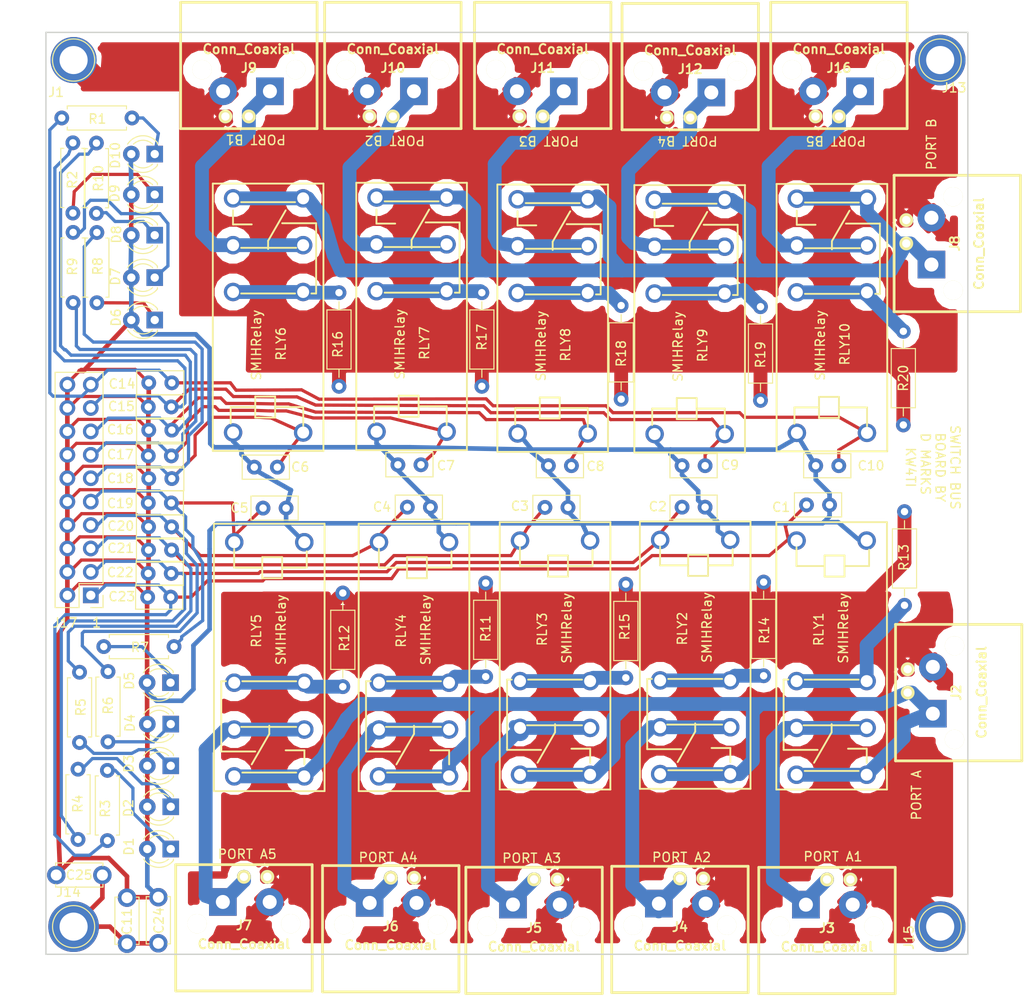
<source format=kicad_pcb>
(kicad_pcb (version 4) (host pcbnew 4.0.7)
  (layers (0 F.Cu signal) (31 B.Cu signal) (34 B.Paste user) (35 F.Paste user) (36 B.SilkS user) (37 F.SilkS user) (38 B.Mask user) (39 F.Mask user) (44 Edge.Cuts user))
  (net 0 "")
  (net 1 RLY1)
  (net 2 RLY2)
  (net 3 RLY3)
  (net 4 RLY4)
  (net 5 RLY5)
  (net 6 RLY6)
  (net 7 RLY7)
  (net 8 RLY8)
  (net 9 +5V)
  (net 10 "Net-(D1-Pad1)")
  (net 11 "Net-(D2-Pad1)")
  (net 12 "Net-(D3-Pad1)")
  (net 13 "Net-(D4-Pad1)")
  (net 14 "Net-(D5-Pad1)")
  (net 15 "Net-(D6-Pad1)")
  (net 16 "Net-(D7-Pad1)")
  (net 17 "Net-(D8-Pad1)")
  (net 18 RLY10)
  (net 19 RLY9)
  (net 20 "Net-(D9-Pad1)")
  (net 21 "Net-(D10-Pad1)")
  (net 22 "Net-(C11-Pad1)")
  (net 23 "Net-(J2-Pad1)")
  (net 24 RFGND)
  (net 25 "Net-(J3-Pad1)")
  (net 26 "Net-(J4-Pad1)")
  (net 27 "Net-(J5-Pad1)")
  (net 28 "Net-(J6-Pad1)")
  (net 29 "Net-(J7-Pad1)")
  (net 30 "Net-(J8-Pad1)")
  (net 31 "Net-(R11-Pad2)")
  (net 32 "Net-(R12-Pad2)")
  (net 33 "Net-(R13-Pad2)")
  (net 34 "Net-(R14-Pad2)")
  (net 35 "Net-(R15-Pad2)")
  (net 36 "Net-(J9-Pad1)")
  (net 37 "Net-(J10-Pad1)")
  (net 38 "Net-(J11-Pad1)")
  (net 39 "Net-(J12-Pad1)")
  (net 40 "Net-(J16-Pad1)")
  (net 41 "Net-(R16-Pad2)")
  (net 42 "Net-(R17-Pad2)")
  (net 43 "Net-(R18-Pad2)")
  (net 44 "Net-(R19-Pad2)")
  (net 45 "Net-(R20-Pad2)")
  (net 46 RFGND2)
  (module tuner:SMIHRelay (layer F.Cu) (at 74.1 83.4 90)
    (fp_text reference RLY6 (at -0.381 1.397 90) (layer F.SilkS))
    (fp_text value SPDTRelay)
    (fp_text user SMIHRelay (at -0.508 -1.27 90) (layer F.SilkS))
    (pad 4 thru_hole circle (at -10 -3.8 90) (size 2 2) (drill 1.3) (layers *.Cu *.Mask) (net 9 +5V))
    (pad 2 thru_hole circle (at 5.24 -3.8 90) (size 2 2) (drill 1.3) (layers *.Cu *.Mask) (net 41 "Net-(R16-Pad2)"))
    (pad 3 thru_hole circle (at 15.4 -3.8 90) (size 2 2) (drill 1.3) (layers *.Cu *.Mask) (net 30 "Net-(J8-Pad1)"))
    (pad 1 thru_hole circle (at 10.32 -3.8 90) (size 2 2) (drill 1.3) (layers *.Cu *.Mask) (net 36 "Net-(J9-Pad1)"))
    (pad 5 thru_hole circle (at -10 3.8 90) (size 2 2) (drill 1.3) (layers *.Cu *.Mask) (net 6 RLY6))
    (pad 1 thru_hole circle (at 10.32 3.8 90) (size 2 2) (drill 1.3) (layers *.Cu *.Mask) (net 36 "Net-(J9-Pad1)"))
    (pad 2 thru_hole circle (at 5.24 3.8 90) (size 2 2) (drill 1.3) (layers *.Cu *.Mask) (net 41 "Net-(R16-Pad2)"))
    (pad 3 thru_hole circle (at 15.4 3.8 90) (size 2 2) (drill 1.3) (layers *.Cu *.Mask) (net 30 "Net-(J8-Pad1)"))
  )
  (module Resistors_THT:R_Axial_DIN0207_L6.3mm_D2.5mm_P7.62mm_Horizontal (layer F.Cu) (at 53.4797 129.921 270)
    (fp_text reference R4 (at 3.7465 0.0254 270) (layer F.SilkS))
    (fp_text value 1k)
    (pad 1 thru_hole circle (at 0 0 270) (size 1.6 1.6) (drill 0.8) (layers *.Cu *.Mask) (net 11 "Net-(D2-Pad1)"))
    (pad 2 thru_hole oval (at 7.62 0 270) (size 1.6 1.6) (drill 0.8) (layers *.Cu *.Mask) (net 2 RLY2))
  )
  (module Capacitors_THT:C_Disc_D5.0mm_W2.5mm_P2.50mm (layer F.Cu) (at 75.1 97.16 180)
    (fp_text reference C6 (at -2.4824 0.0122 180) (layer F.SilkS))
    (fp_text value "10 nF")
    (pad 1 thru_hole circle (at 0 0 180) (size 1.6 1.6) (drill 0.8) (layers *.Cu *.Mask) (net 6 RLY6))
    (pad 2 thru_hole circle (at 2.5 0 180) (size 1.6 1.6) (drill 0.8) (layers *.Cu *.Mask) (net 9 +5V))
  )
  (module Capacitors_THT:C_Disc_D5.0mm_W2.5mm_P2.50mm (layer F.Cu) (at 63.53556 111.25708 180)
    (fp_text reference C23 (at 5.3086 0.05588 180) (layer F.SilkS))
    (fp_text value "10 nF")
    (pad 1 thru_hole circle (at 0 0 180) (size 1.6 1.6) (drill 0.8) (layers *.Cu *.Mask) (net 1 RLY1))
    (pad 2 thru_hole circle (at 2.5 0 180) (size 1.6 1.6) (drill 0.8) (layers *.Cu *.Mask) (net 9 +5V))
  )
  (module LEDs:LED_D3.0mm (layer F.Cu) (at 63.5381 129.5527 180)
    (fp_text reference D3 (at 4.53644 0.2286 450) (layer F.SilkS))
    (fp_text value LED)
    (pad 1 thru_hole rect (at 0 0 180) (size 1.8 1.8) (drill 0.9) (layers *.Cu *.Mask) (net 12 "Net-(D3-Pad1)"))
    (pad 2 thru_hole circle (at 2.54 0 180) (size 1.8 1.8) (drill 0.9) (layers *.Cu *.Mask) (net 9 +5V))
  )
  (module Resistors_THT:R_Axial_DIN0207_L6.3mm_D2.5mm_P7.62mm_Horizontal (layer F.Cu) (at 52.9463 71.6915 270)
    (fp_text reference R9 (at 3.7084 0.0762 270) (layer F.SilkS))
    (fp_text value 1k)
    (pad 1 thru_hole circle (at 0 0 270) (size 1.6 1.6) (drill 0.8) (layers *.Cu *.Mask) (net 16 "Net-(D7-Pad1)"))
    (pad 2 thru_hole oval (at 7.62 0 270) (size 1.6 1.6) (drill 0.8) (layers *.Cu *.Mask) (net 7 RLY7))
  )
  (module LEDs:LED_D3.0mm (layer F.Cu) (at 63.5381 138.5824 180)
    (fp_text reference D1 (at 4.5339 0.2667 450) (layer F.SilkS))
    (fp_text value LED)
    (pad 1 thru_hole rect (at 0 0 180) (size 1.8 1.8) (drill 0.9) (layers *.Cu *.Mask) (net 10 "Net-(D1-Pad1)"))
    (pad 2 thru_hole circle (at 2.54 0 180) (size 1.8 1.8) (drill 0.9) (layers *.Cu *.Mask) (net 9 +5V))
  )
  (module LEDs:LED_D3.0mm (layer F.Cu) (at 63.5381 133.9977 180)
    (fp_text reference D2 (at 4.58216 -0.14224 450) (layer F.SilkS))
    (fp_text value LED)
    (pad 1 thru_hole rect (at 0 0 180) (size 1.8 1.8) (drill 0.9) (layers *.Cu *.Mask) (net 11 "Net-(D2-Pad1)"))
    (pad 2 thru_hole circle (at 2.54 0 180) (size 1.8 1.8) (drill 0.9) (layers *.Cu *.Mask) (net 9 +5V))
  )
  (module Capacitors_THT:C_Disc_D5.0mm_W2.5mm_P2.50mm (layer F.Cu) (at 132.5 101.25)
    (fp_text reference C1 (at -2.75 0.25 180) (layer F.SilkS))
    (fp_text value "10 nF")
    (pad 1 thru_hole circle (at 0 0) (size 1.6 1.6) (drill 0.8) (layers *.Cu *.Mask) (net 1 RLY1))
    (pad 2 thru_hole circle (at 2.5 0) (size 1.6 1.6) (drill 0.8) (layers *.Cu *.Mask) (net 9 +5V))
  )
  (module Capacitors_THT:C_Disc_D5.0mm_W2.5mm_P2.50mm (layer F.Cu) (at 119 101.5)
    (fp_text reference C2 (at -2.6356 -0.0656 180) (layer F.SilkS))
    (fp_text value "10 nF")
    (pad 1 thru_hole circle (at 0 0) (size 1.6 1.6) (drill 0.8) (layers *.Cu *.Mask) (net 2 RLY2))
    (pad 2 thru_hole circle (at 2.5 0) (size 1.6 1.6) (drill 0.8) (layers *.Cu *.Mask) (net 9 +5V))
  )
  (module Capacitors_THT:C_Disc_D5.0mm_W2.5mm_P2.50mm (layer F.Cu) (at 104.125 101.525)
    (fp_text reference C3 (at -2.7174 -0.141 180) (layer F.SilkS))
    (fp_text value "10 nF")
    (pad 1 thru_hole circle (at 0 0) (size 1.6 1.6) (drill 0.8) (layers *.Cu *.Mask) (net 3 RLY3))
    (pad 2 thru_hole circle (at 2.5 0) (size 1.6 1.6) (drill 0.8) (layers *.Cu *.Mask) (net 9 +5V))
  )
  (module Capacitors_THT:C_Disc_D5.0mm_W2.5mm_P2.50mm (layer F.Cu) (at 89.2 101.5)
    (fp_text reference C4 (at -2.7536 -0.0176 180) (layer F.SilkS))
    (fp_text value "10 nF")
    (pad 1 thru_hole circle (at 0 0) (size 1.6 1.6) (drill 0.8) (layers *.Cu *.Mask) (net 4 RLY4))
    (pad 2 thru_hole circle (at 2.5 0) (size 1.6 1.6) (drill 0.8) (layers *.Cu *.Mask) (net 9 +5V))
  )
  (module Capacitors_THT:C_Disc_D5.0mm_W2.5mm_P2.50mm (layer F.Cu) (at 73.55 101.6)
    (fp_text reference C5 (at -2.5488 -0.0124 180) (layer F.SilkS))
    (fp_text value "10 nF")
    (pad 1 thru_hole circle (at 0 0) (size 1.6 1.6) (drill 0.8) (layers *.Cu *.Mask) (net 5 RLY5))
    (pad 2 thru_hole circle (at 2.5 0) (size 1.6 1.6) (drill 0.8) (layers *.Cu *.Mask) (net 9 +5V))
  )
  (module Capacitors_THT:C_Disc_D5.0mm_W2.5mm_P2.50mm (layer F.Cu) (at 90.678 96.901 180)
    (fp_text reference C7 (at -2.7016 -0.0878 360) (layer F.SilkS))
    (fp_text value "10 nF")
    (pad 1 thru_hole circle (at 0 0 180) (size 1.6 1.6) (drill 0.8) (layers *.Cu *.Mask) (net 7 RLY7))
    (pad 2 thru_hole circle (at 2.5 0 180) (size 1.6 1.6) (drill 0.8) (layers *.Cu *.Mask) (net 9 +5V))
  )
  (module Capacitors_THT:C_Disc_D5.0mm_W2.5mm_P2.50mm (layer F.Cu) (at 107 97 180)
    (fp_text reference C8 (at -2.6104 -0.062 360) (layer F.SilkS))
    (fp_text value "10 nF")
    (pad 1 thru_hole circle (at 0 0 180) (size 1.6 1.6) (drill 0.8) (layers *.Cu *.Mask) (net 8 RLY8))
    (pad 2 thru_hole circle (at 2.5 0 180) (size 1.6 1.6) (drill 0.8) (layers *.Cu *.Mask) (net 9 +5V))
  )
  (module Capacitors_THT:C_Disc_D5.0mm_W2.5mm_P2.50mm (layer F.Cu) (at 121.5 97 180)
    (fp_text reference C9 (at -2.6874 0.0618 180) (layer F.SilkS))
    (fp_text value "10 nF")
    (pad 1 thru_hole circle (at 0 0 180) (size 1.6 1.6) (drill 0.8) (layers *.Cu *.Mask) (net 19 RLY9))
    (pad 2 thru_hole circle (at 2.5 0 180) (size 1.6 1.6) (drill 0.8) (layers *.Cu *.Mask) (net 9 +5V))
  )
  (module Capacitors_THT:C_Disc_D5.0mm_W2.5mm_P2.50mm (layer F.Cu) (at 136 97 180)
    (fp_text reference C10 (at -3.5 0 180) (layer F.SilkS))
    (fp_text value "10 nF")
    (pad 1 thru_hole circle (at 0 0 180) (size 1.6 1.6) (drill 0.8) (layers *.Cu *.Mask) (net 18 RLY10))
    (pad 2 thru_hole circle (at 2.5 0 180) (size 1.6 1.6) (drill 0.8) (layers *.Cu *.Mask) (net 9 +5V))
  )
  (module Resistors_THT:R_Axial_DIN0207_L6.3mm_D2.5mm_P7.62mm_Horizontal (layer F.Cu) (at 59.3344 59.2836 180)
    (fp_text reference R1 (at 3.7592 -0.1016 180) (layer F.SilkS))
    (fp_text value 1k)
    (pad 1 thru_hole circle (at 0 0 180) (size 1.6 1.6) (drill 0.8) (layers *.Cu *.Mask) (net 21 "Net-(D10-Pad1)"))
    (pad 2 thru_hole oval (at 7.62 0 180) (size 1.6 1.6) (drill 0.8) (layers *.Cu *.Mask) (net 18 RLY10))
  )
  (module Connectors:1pin (layer F.Cu) (at 147 53)
    (fp_text reference J13 (at 1.5138 3.007 180) (layer F.SilkS))
    (fp_text value Conn_01x01)
    (pad 1 thru_hole circle (at 0 0) (size 5.5 5.5) (drill 3.048) (layers *.Cu *.Mask) (net 46 RFGND2))
  )
  (module Connectors:1pin (layer F.Cu) (at 53 147)
    (fp_text reference J14 (at -0.549 -3.744) (layer F.SilkS))
    (fp_text value Conn_01x01)
    (pad 1 thru_hole circle (at 0 0) (size 5.5 5.5) (drill 3.048) (layers *.Cu *.Mask) (net 22 "Net-(C11-Pad1)"))
  )
  (module Resistors_THT:R_Axial_DIN0207_L6.3mm_D2.5mm_P7.62mm_Horizontal (layer F.Cu) (at 52.9209 69.596 90)
    (fp_text reference R2 (at 3.6068 -0.0508 90) (layer F.SilkS))
    (fp_text value 1k)
    (pad 1 thru_hole circle (at 0 0 90) (size 1.6 1.6) (drill 0.8) (layers *.Cu *.Mask) (net 20 "Net-(D9-Pad1)"))
    (pad 2 thru_hole oval (at 7.62 0 90) (size 1.6 1.6) (drill 0.8) (layers *.Cu *.Mask) (net 19 RLY9))
  )
  (module LEDs:LED_D3.0mm (layer F.Cu) (at 63.5381 125.0315 180)
    (fp_text reference D4 (at 4.4196 0.11684 450) (layer F.SilkS))
    (fp_text value LED)
    (pad 1 thru_hole rect (at 0 0 180) (size 1.8 1.8) (drill 0.9) (layers *.Cu *.Mask) (net 13 "Net-(D4-Pad1)"))
    (pad 2 thru_hole circle (at 2.54 0 180) (size 1.8 1.8) (drill 0.9) (layers *.Cu *.Mask) (net 9 +5V))
  )
  (module LEDs:LED_D3.0mm (layer F.Cu) (at 63.5127 120.5357 180)
    (fp_text reference D5 (at 4.4704 0.2032 450) (layer F.SilkS))
    (fp_text value LED)
    (pad 1 thru_hole rect (at 0 0 180) (size 1.8 1.8) (drill 0.9) (layers *.Cu *.Mask) (net 14 "Net-(D5-Pad1)"))
    (pad 2 thru_hole circle (at 2.54 0 180) (size 1.8 1.8) (drill 0.9) (layers *.Cu *.Mask) (net 9 +5V))
  )
  (module LEDs:LED_D3.0mm (layer F.Cu) (at 61.8 81.2 180)
    (fp_text reference D6 (at 4.19354 0.26924 450) (layer F.SilkS))
    (fp_text value LED)
    (pad 1 thru_hole rect (at 0 0 180) (size 1.8 1.8) (drill 0.9) (layers *.Cu *.Mask) (net 15 "Net-(D6-Pad1)"))
    (pad 2 thru_hole circle (at 2.54 0 180) (size 1.8 1.8) (drill 0.9) (layers *.Cu *.Mask) (net 9 +5V))
  )
  (module LEDs:LED_D3.0mm (layer F.Cu) (at 61.8 76.6 180)
    (fp_text reference D7 (at 4.26974 0.11684 450) (layer F.SilkS))
    (fp_text value LED)
    (pad 1 thru_hole rect (at 0 0 180) (size 1.8 1.8) (drill 0.9) (layers *.Cu *.Mask) (net 16 "Net-(D7-Pad1)"))
    (pad 2 thru_hole circle (at 2.54 0 180) (size 1.8 1.8) (drill 0.9) (layers *.Cu *.Mask) (net 9 +5V))
  )
  (module LEDs:LED_D3.0mm (layer F.Cu) (at 61.8 72 180)
    (fp_text reference D8 (at 4.15544 0.0762 450) (layer F.SilkS))
    (fp_text value LED)
    (pad 1 thru_hole rect (at 0 0 180) (size 1.8 1.8) (drill 0.9) (layers *.Cu *.Mask) (net 17 "Net-(D8-Pad1)"))
    (pad 2 thru_hole circle (at 2.54 0 180) (size 1.8 1.8) (drill 0.9) (layers *.Cu *.Mask) (net 9 +5V))
  )
  (module Resistors_THT:R_Axial_DIN0207_L6.3mm_D2.5mm_P7.62mm_Horizontal (layer F.Cu) (at 56.6674 130.048 270)
    (fp_text reference R3 (at 4.1529 0.2286 270) (layer F.SilkS))
    (fp_text value 1k)
    (pad 1 thru_hole circle (at 0 0 270) (size 1.6 1.6) (drill 0.8) (layers *.Cu *.Mask) (net 10 "Net-(D1-Pad1)"))
    (pad 2 thru_hole oval (at 7.62 0 270) (size 1.6 1.6) (drill 0.8) (layers *.Cu *.Mask) (net 1 RLY1))
  )
  (module Resistors_THT:R_Axial_DIN0207_L6.3mm_D2.5mm_P7.62mm_Horizontal (layer F.Cu) (at 53.6448 127.0254 90)
    (fp_text reference R5 (at 3.8227 0.1397 90) (layer F.SilkS))
    (fp_text value 1k)
    (pad 1 thru_hole circle (at 0 0 90) (size 1.6 1.6) (drill 0.8) (layers *.Cu *.Mask) (net 12 "Net-(D3-Pad1)"))
    (pad 2 thru_hole oval (at 7.62 0 90) (size 1.6 1.6) (drill 0.8) (layers *.Cu *.Mask) (net 3 RLY3))
  )
  (module Resistors_THT:R_Axial_DIN0207_L6.3mm_D2.5mm_P7.62mm_Horizontal (layer F.Cu) (at 56.7309 126.9492 90)
    (fp_text reference R6 (at 3.937 0.0127 90) (layer F.SilkS))
    (fp_text value 1k)
    (pad 1 thru_hole circle (at 0 0 90) (size 1.6 1.6) (drill 0.8) (layers *.Cu *.Mask) (net 13 "Net-(D4-Pad1)"))
    (pad 2 thru_hole oval (at 7.62 0 90) (size 1.6 1.6) (drill 0.8) (layers *.Cu *.Mask) (net 4 RLY4))
  )
  (module Resistors_THT:R_Axial_DIN0207_L6.3mm_D2.5mm_P7.62mm_Horizontal (layer F.Cu) (at 56.2737 116.6241)
    (fp_text reference R7 (at 3.9116 0.0762) (layer F.SilkS))
    (fp_text value 1k)
    (pad 1 thru_hole circle (at 0 0) (size 1.6 1.6) (drill 0.8) (layers *.Cu *.Mask) (net 14 "Net-(D5-Pad1)"))
    (pad 2 thru_hole oval (at 7.62 0) (size 1.6 1.6) (drill 0.8) (layers *.Cu *.Mask) (net 5 RLY5))
  )
  (module Resistors_THT:R_Axial_DIN0207_L6.3mm_D2.5mm_P7.62mm_Horizontal (layer F.Cu) (at 55.525 79.325 90)
    (fp_text reference R8 (at 3.9624 0.1016 90) (layer F.SilkS))
    (fp_text value 1k)
    (pad 1 thru_hole circle (at 0 0 90) (size 1.6 1.6) (drill 0.8) (layers *.Cu *.Mask) (net 15 "Net-(D6-Pad1)"))
    (pad 2 thru_hole oval (at 7.62 0 90) (size 1.6 1.6) (drill 0.8) (layers *.Cu *.Mask) (net 6 RLY6))
  )
  (module Resistors_THT:R_Axial_DIN0207_L6.3mm_D2.5mm_P7.62mm_Horizontal (layer F.Cu) (at 55.475 69.625 90)
    (fp_text reference R10 (at 3.7973 0.2159 90) (layer F.SilkS))
    (fp_text value 1k)
    (pad 1 thru_hole circle (at 0 0 90) (size 1.6 1.6) (drill 0.8) (layers *.Cu *.Mask) (net 17 "Net-(D8-Pad1)"))
    (pad 2 thru_hole oval (at 7.62 0 90) (size 1.6 1.6) (drill 0.8) (layers *.Cu *.Mask) (net 8 RLY8))
  )
  (module LEDs:LED_D3.0mm (layer F.Cu) (at 61.8 67.6 180)
    (fp_text reference D9 (at 4.34086 0.1397 270) (layer F.SilkS))
    (fp_text value LED)
    (pad 1 thru_hole rect (at 0 0 180) (size 1.8 1.8) (drill 0.9) (layers *.Cu *.Mask) (net 20 "Net-(D9-Pad1)"))
    (pad 2 thru_hole circle (at 2.54 0 180) (size 1.8 1.8) (drill 0.9) (layers *.Cu *.Mask) (net 9 +5V))
  )
  (module LEDs:LED_D3.0mm (layer F.Cu) (at 61.8 63.2 180)
    (fp_text reference D10 (at 4.28244 -0.1397 270) (layer F.SilkS))
    (fp_text value LED)
    (pad 1 thru_hole rect (at 0 0 180) (size 1.8 1.8) (drill 0.9) (layers *.Cu *.Mask) (net 21 "Net-(D10-Pad1)"))
    (pad 2 thru_hole circle (at 2.54 0 180) (size 1.8 1.8) (drill 0.9) (layers *.Cu *.Mask) (net 9 +5V))
  )
  (module Pin_Headers:Pin_Header_Straight_2x10_Pitch2.54mm (layer F.Cu) (at 54.864 111.0615 180)
    (fp_text reference J17 (at 2.794 -2.9845 180) (layer F.SilkS))
    (fp_text value Conn_02x10_Odd_Even)
    (pad 1 thru_hole rect (at 0 0 180) (size 1.7 1.7) (drill 1) (layers *.Cu *.Mask) (net 1 RLY1))
    (pad 2 thru_hole oval (at 2.54 0 180) (size 1.7 1.7) (drill 1) (layers *.Cu *.Mask) (net 9 +5V))
    (pad 3 thru_hole oval (at 0 2.54 180) (size 1.7 1.7) (drill 1) (layers *.Cu *.Mask) (net 2 RLY2))
    (pad 4 thru_hole oval (at 2.54 2.54 180) (size 1.7 1.7) (drill 1) (layers *.Cu *.Mask) (net 9 +5V))
    (pad 5 thru_hole oval (at 0 5.08 180) (size 1.7 1.7) (drill 1) (layers *.Cu *.Mask) (net 3 RLY3))
    (pad 6 thru_hole oval (at 2.54 5.08 180) (size 1.7 1.7) (drill 1) (layers *.Cu *.Mask) (net 9 +5V))
    (pad 7 thru_hole oval (at 0 7.62 180) (size 1.7 1.7) (drill 1) (layers *.Cu *.Mask) (net 4 RLY4))
    (pad 8 thru_hole oval (at 2.54 7.62 180) (size 1.7 1.7) (drill 1) (layers *.Cu *.Mask) (net 9 +5V))
    (pad 9 thru_hole oval (at 0 10.16 180) (size 1.7 1.7) (drill 1) (layers *.Cu *.Mask) (net 5 RLY5))
    (pad 10 thru_hole oval (at 2.54 10.16 180) (size 1.7 1.7) (drill 1) (layers *.Cu *.Mask) (net 9 +5V))
    (pad 11 thru_hole oval (at 0 12.7 180) (size 1.7 1.7) (drill 1) (layers *.Cu *.Mask) (net 6 RLY6))
    (pad 12 thru_hole oval (at 2.54 12.7 180) (size 1.7 1.7) (drill 1) (layers *.Cu *.Mask) (net 9 +5V))
    (pad 13 thru_hole oval (at 0 15.24 180) (size 1.7 1.7) (drill 1) (layers *.Cu *.Mask) (net 7 RLY7))
    (pad 14 thru_hole oval (at 2.54 15.24 180) (size 1.7 1.7) (drill 1) (layers *.Cu *.Mask) (net 9 +5V))
    (pad 15 thru_hole oval (at 0 17.78 180) (size 1.7 1.7) (drill 1) (layers *.Cu *.Mask) (net 8 RLY8))
    (pad 16 thru_hole oval (at 2.54 17.78 180) (size 1.7 1.7) (drill 1) (layers *.Cu *.Mask) (net 9 +5V))
    (pad 17 thru_hole oval (at 0 20.32 180) (size 1.7 1.7) (drill 1) (layers *.Cu *.Mask) (net 19 RLY9))
    (pad 18 thru_hole oval (at 2.54 20.32 180) (size 1.7 1.7) (drill 1) (layers *.Cu *.Mask) (net 9 +5V))
    (pad 19 thru_hole oval (at 0 22.86 180) (size 1.7 1.7) (drill 1) (layers *.Cu *.Mask) (net 18 RLY10))
    (pad 20 thru_hole oval (at 2.54 22.86 180) (size 1.7 1.7) (drill 1) (layers *.Cu *.Mask) (net 9 +5V))
  )
  (module Capacitors_THT:C_Disc_D5.0mm_W2.5mm_P2.50mm (layer F.Cu) (at 63.6524 88.011 180)
    (fp_text reference C14 (at 5.39496 -0.11684 360) (layer F.SilkS))
    (fp_text value "10 nF")
    (pad 1 thru_hole circle (at 0 0 180) (size 1.6 1.6) (drill 0.8) (layers *.Cu *.Mask) (net 18 RLY10))
    (pad 2 thru_hole circle (at 2.5 0 180) (size 1.6 1.6) (drill 0.8) (layers *.Cu *.Mask) (net 9 +5V))
  )
  (module Capacitors_THT:C_Disc_D5.0mm_W2.5mm_P2.50mm (layer F.Cu) (at 63.6016 90.6272 180)
    (fp_text reference C15 (at 5.42036 0.06096 360) (layer F.SilkS))
    (fp_text value "10 nF")
    (pad 1 thru_hole circle (at 0 0 180) (size 1.6 1.6) (drill 0.8) (layers *.Cu *.Mask) (net 19 RLY9))
    (pad 2 thru_hole circle (at 2.5 0 180) (size 1.6 1.6) (drill 0.8) (layers *.Cu *.Mask) (net 9 +5V))
  )
  (module Capacitors_THT:C_Disc_D5.0mm_W2.5mm_P2.50mm (layer F.Cu) (at 63.6524 93.1418 180)
    (fp_text reference C16 (at 5.588 0.06096 360) (layer F.SilkS))
    (fp_text value "10 nF")
    (pad 1 thru_hole circle (at 0 0 180) (size 1.6 1.6) (drill 0.8) (layers *.Cu *.Mask) (net 8 RLY8))
    (pad 2 thru_hole circle (at 2.5 0 180) (size 1.6 1.6) (drill 0.8) (layers *.Cu *.Mask) (net 9 +5V))
  )
  (module Capacitors_THT:C_Disc_D5.0mm_W2.5mm_P2.50mm (layer F.Cu) (at 63.6016 95.9358 180)
    (fp_text reference C17 (at 5.5372 0.1524 360) (layer F.SilkS))
    (fp_text value "10 nF")
    (pad 1 thru_hole circle (at 0 0 180) (size 1.6 1.6) (drill 0.8) (layers *.Cu *.Mask) (net 7 RLY7))
    (pad 2 thru_hole circle (at 2.5 0 180) (size 1.6 1.6) (drill 0.8) (layers *.Cu *.Mask) (net 9 +5V))
  )
  (module Capacitors_THT:C_Disc_D5.0mm_W2.5mm_P2.50mm (layer F.Cu) (at 63.6524 98.3996 180)
    (fp_text reference C18 (at 5.588 0.0254 360) (layer F.SilkS))
    (fp_text value "10 nF")
    (pad 1 thru_hole circle (at 0 0 180) (size 1.6 1.6) (drill 0.8) (layers *.Cu *.Mask) (net 6 RLY6))
    (pad 2 thru_hole circle (at 2.5 0 180) (size 1.6 1.6) (drill 0.8) (layers *.Cu *.Mask) (net 9 +5V))
  )
  (module Capacitors_THT:C_Disc_D5.0mm_W2.5mm_P2.50mm (layer F.Cu) (at 63.6016 101.0412 180)
    (fp_text reference C19 (at 5.54228 -0.04572 360) (layer F.SilkS))
    (fp_text value "10 nF")
    (pad 1 thru_hole circle (at 0 0 180) (size 1.6 1.6) (drill 0.8) (layers *.Cu *.Mask) (net 5 RLY5))
    (pad 2 thru_hole circle (at 2.5 0 180) (size 1.6 1.6) (drill 0.8) (layers *.Cu *.Mask) (net 9 +5V))
  )
  (module Capacitors_THT:C_Disc_D5.0mm_W2.5mm_P2.50mm (layer F.Cu) (at 63.627 103.632 180)
    (fp_text reference C20 (at 5.5118 0.08636 360) (layer F.SilkS))
    (fp_text value "10 nF")
    (pad 1 thru_hole circle (at 0 0 180) (size 1.6 1.6) (drill 0.8) (layers *.Cu *.Mask) (net 4 RLY4))
    (pad 2 thru_hole circle (at 2.5 0 180) (size 1.6 1.6) (drill 0.8) (layers *.Cu *.Mask) (net 9 +5V))
  )
  (module Capacitors_THT:C_Disc_D5.0mm_W2.5mm_P2.50mm (layer F.Cu) (at 63.627 106.1466 180)
    (fp_text reference C21 (at 5.5118 0.19812 360) (layer F.SilkS))
    (fp_text value "10 nF")
    (pad 1 thru_hole circle (at 0 0 180) (size 1.6 1.6) (drill 0.8) (layers *.Cu *.Mask) (net 3 RLY3))
    (pad 2 thru_hole circle (at 2.5 0 180) (size 1.6 1.6) (drill 0.8) (layers *.Cu *.Mask) (net 9 +5V))
  )
  (module Capacitors_THT:C_Disc_D5.0mm_W2.5mm_P2.50mm (layer F.Cu) (at 63.59144 108.6866 180)
    (fp_text reference C22 (at 5.53212 0.11176 360) (layer F.SilkS))
    (fp_text value "10 nF")
    (pad 1 thru_hole circle (at 0 0 180) (size 1.6 1.6) (drill 0.8) (layers *.Cu *.Mask) (net 2 RLY2))
    (pad 2 thru_hole circle (at 2.5 0 180) (size 1.6 1.6) (drill 0.8) (layers *.Cu *.Mask) (net 9 +5V))
  )
  (module Capacitors_THT:C_Disc_D5.0mm_W2.5mm_P5.00mm (layer F.Cu) (at 58.79084 148.85924 90)
    (fp_text reference C11 (at 2.413 0 90) (layer F.SilkS))
    (fp_text value "10 nF")
    (pad 1 thru_hole circle (at 0 0 90) (size 2 2) (drill 1.2) (layers *.Cu *.Mask) (net 22 "Net-(C11-Pad1)"))
    (pad 2 thru_hole circle (at 5 0 90) (size 2 2) (drill 1.2) (layers *.Cu *.Mask) (net 9 +5V))
  )
  (module Capacitors_THT:C_Disc_D5.0mm_W2.5mm_P5.00mm (layer F.Cu) (at 62.1919 148.8059 90)
    (fp_text reference C24 (at 2.4638 0.0635 90) (layer F.SilkS))
    (fp_text value "10 nF")
    (pad 1 thru_hole circle (at 0 0 90) (size 2 2) (drill 1.2) (layers *.Cu *.Mask) (net 22 "Net-(C11-Pad1)"))
    (pad 2 thru_hole circle (at 5 0 90) (size 2 2) (drill 1.2) (layers *.Cu *.Mask) (net 9 +5V))
  )
  (module Capacitors_THT:C_Disc_D5.0mm_W2.5mm_P5.00mm (layer F.Cu) (at 56.1213 141.4018 180)
    (fp_text reference C25 (at 2.5146 0 180) (layer F.SilkS))
    (fp_text value "10 nF")
    (pad 1 thru_hole circle (at 0 0 180) (size 2 2) (drill 1.2) (layers *.Cu *.Mask) (net 22 "Net-(C11-Pad1)"))
    (pad 2 thru_hole circle (at 5 0 180) (size 2 2) (drill 1.2) (layers *.Cu *.Mask) (net 9 +5V))
  )
  (module Connectors:1pin (layer F.Cu) (at 147 147)
    (fp_text reference J15 (at -3.3884 1.1836 90) (layer F.SilkS))
    (fp_text value Conn_01x01)
    (pad 1 thru_hole circle (at 0 0) (size 5.5 5.5) (drill 3.048) (layers *.Cu *.Mask) (net 24 RFGND))
  )
  (module tuner:SMIHRelay (layer F.Cu) (at 135.255 83.439 90)
    (fp_text reference RLY10 (at -0.381 1.397 90) (layer F.SilkS))
    (fp_text value SPDTRelay)
    (fp_text user SMIHRelay (at -0.508 -1.27 90) (layer F.SilkS))
    (pad 4 thru_hole circle (at -10 -3.8 90) (size 2 2) (drill 1.3) (layers *.Cu *.Mask) (net 9 +5V))
    (pad 2 thru_hole circle (at 5.24 -3.8 90) (size 2 2) (drill 1.3) (layers *.Cu *.Mask) (net 45 "Net-(R20-Pad2)"))
    (pad 3 thru_hole circle (at 15.4 -3.8 90) (size 2 2) (drill 1.3) (layers *.Cu *.Mask) (net 30 "Net-(J8-Pad1)"))
    (pad 1 thru_hole circle (at 10.32 -3.8 90) (size 2 2) (drill 1.3) (layers *.Cu *.Mask) (net 40 "Net-(J16-Pad1)"))
    (pad 5 thru_hole circle (at -10 3.8 90) (size 2 2) (drill 1.3) (layers *.Cu *.Mask) (net 18 RLY10))
    (pad 1 thru_hole circle (at 10.32 3.8 90) (size 2 2) (drill 1.3) (layers *.Cu *.Mask) (net 40 "Net-(J16-Pad1)"))
    (pad 2 thru_hole circle (at 5.24 3.8 90) (size 2 2) (drill 1.3) (layers *.Cu *.Mask) (net 45 "Net-(R20-Pad2)"))
    (pad 3 thru_hole circle (at 15.4 3.8 90) (size 2 2) (drill 1.3) (layers *.Cu *.Mask) (net 30 "Net-(J8-Pad1)"))
  )
  (module tuner:SMIHRelay (layer F.Cu) (at 104.9655 83.5025 90)
    (fp_text reference RLY8 (at -0.381 1.397 90) (layer F.SilkS))
    (fp_text value SPDTRelay)
    (fp_text user SMIHRelay (at -0.508 -1.27 90) (layer F.SilkS))
    (pad 4 thru_hole circle (at -10 -3.8 90) (size 2 2) (drill 1.3) (layers *.Cu *.Mask) (net 9 +5V))
    (pad 2 thru_hole circle (at 5.24 -3.8 90) (size 2 2) (drill 1.3) (layers *.Cu *.Mask) (net 43 "Net-(R18-Pad2)"))
    (pad 3 thru_hole circle (at 15.4 -3.8 90) (size 2 2) (drill 1.3) (layers *.Cu *.Mask) (net 30 "Net-(J8-Pad1)"))
    (pad 1 thru_hole circle (at 10.32 -3.8 90) (size 2 2) (drill 1.3) (layers *.Cu *.Mask) (net 38 "Net-(J11-Pad1)"))
    (pad 5 thru_hole circle (at -10 3.8 90) (size 2 2) (drill 1.3) (layers *.Cu *.Mask) (net 8 RLY8))
    (pad 1 thru_hole circle (at 10.32 3.8 90) (size 2 2) (drill 1.3) (layers *.Cu *.Mask) (net 38 "Net-(J11-Pad1)"))
    (pad 2 thru_hole circle (at 5.24 3.8 90) (size 2 2) (drill 1.3) (layers *.Cu *.Mask) (net 43 "Net-(R18-Pad2)"))
    (pad 3 thru_hole circle (at 15.4 3.8 90) (size 2 2) (drill 1.3) (layers *.Cu *.Mask) (net 30 "Net-(J8-Pad1)"))
  )
  (module tuner:SMIHRelay (layer F.Cu) (at 89.662 83.312 90)
    (fp_text reference RLY7 (at -0.381 1.397 90) (layer F.SilkS))
    (fp_text value SPDTRelay)
    (fp_text user SMIHRelay (at -0.508 -1.27 90) (layer F.SilkS))
    (pad 4 thru_hole circle (at -10 -3.8 90) (size 2 2) (drill 1.3) (layers *.Cu *.Mask) (net 9 +5V))
    (pad 2 thru_hole circle (at 5.24 -3.8 90) (size 2 2) (drill 1.3) (layers *.Cu *.Mask) (net 42 "Net-(R17-Pad2)"))
    (pad 3 thru_hole circle (at 15.4 -3.8 90) (size 2 2) (drill 1.3) (layers *.Cu *.Mask) (net 30 "Net-(J8-Pad1)"))
    (pad 1 thru_hole circle (at 10.32 -3.8 90) (size 2 2) (drill 1.3) (layers *.Cu *.Mask) (net 37 "Net-(J10-Pad1)"))
    (pad 5 thru_hole circle (at -10 3.8 90) (size 2 2) (drill 1.3) (layers *.Cu *.Mask) (net 7 RLY7))
    (pad 1 thru_hole circle (at 10.32 3.8 90) (size 2 2) (drill 1.3) (layers *.Cu *.Mask) (net 37 "Net-(J10-Pad1)"))
    (pad 2 thru_hole circle (at 5.24 3.8 90) (size 2 2) (drill 1.3) (layers *.Cu *.Mask) (net 42 "Net-(R17-Pad2)"))
    (pad 3 thru_hole circle (at 15.4 3.8 90) (size 2 2) (drill 1.3) (layers *.Cu *.Mask) (net 30 "Net-(J8-Pad1)"))
  )
  (module tuner:SMIHRelay (layer F.Cu) (at 74.225 115.3 270)
    (fp_text reference RLY5 (at -0.381 1.397 270) (layer F.SilkS))
    (fp_text value SPDTRelay)
    (fp_text user SMIHRelay (at -0.508 -1.27 270) (layer F.SilkS))
    (pad 4 thru_hole circle (at -10 -3.8 270) (size 2 2) (drill 1.3) (layers *.Cu *.Mask) (net 9 +5V))
    (pad 2 thru_hole circle (at 5.24 -3.8 270) (size 2 2) (drill 1.3) (layers *.Cu *.Mask) (net 32 "Net-(R12-Pad2)"))
    (pad 3 thru_hole circle (at 15.4 -3.8 270) (size 2 2) (drill 1.3) (layers *.Cu *.Mask) (net 23 "Net-(J2-Pad1)"))
    (pad 1 thru_hole circle (at 10.32 -3.8 270) (size 2 2) (drill 1.3) (layers *.Cu *.Mask) (net 29 "Net-(J7-Pad1)"))
    (pad 5 thru_hole circle (at -10 3.8 270) (size 2 2) (drill 1.3) (layers *.Cu *.Mask) (net 5 RLY5))
    (pad 1 thru_hole circle (at 10.32 3.8 270) (size 2 2) (drill 1.3) (layers *.Cu *.Mask) (net 29 "Net-(J7-Pad1)"))
    (pad 2 thru_hole circle (at 5.24 3.8 270) (size 2 2) (drill 1.3) (layers *.Cu *.Mask) (net 32 "Net-(R12-Pad2)"))
    (pad 3 thru_hole circle (at 15.4 3.8 270) (size 2 2) (drill 1.3) (layers *.Cu *.Mask) (net 23 "Net-(J2-Pad1)"))
  )
  (module tuner:SMIHRelay (layer F.Cu) (at 89.925 115.3 270)
    (fp_text reference RLY4 (at -0.381 1.397 270) (layer F.SilkS))
    (fp_text value SPDTRelay)
    (fp_text user SMIHRelay (at -0.508 -1.27 270) (layer F.SilkS))
    (pad 4 thru_hole circle (at -10 -3.8 270) (size 2 2) (drill 1.3) (layers *.Cu *.Mask) (net 9 +5V))
    (pad 2 thru_hole circle (at 5.24 -3.8 270) (size 2 2) (drill 1.3) (layers *.Cu *.Mask) (net 31 "Net-(R11-Pad2)"))
    (pad 3 thru_hole circle (at 15.4 -3.8 270) (size 2 2) (drill 1.3) (layers *.Cu *.Mask) (net 23 "Net-(J2-Pad1)"))
    (pad 1 thru_hole circle (at 10.32 -3.8 270) (size 2 2) (drill 1.3) (layers *.Cu *.Mask) (net 28 "Net-(J6-Pad1)"))
    (pad 5 thru_hole circle (at -10 3.8 270) (size 2 2) (drill 1.3) (layers *.Cu *.Mask) (net 4 RLY4))
    (pad 1 thru_hole circle (at 10.32 3.8 270) (size 2 2) (drill 1.3) (layers *.Cu *.Mask) (net 28 "Net-(J6-Pad1)"))
    (pad 2 thru_hole circle (at 5.24 3.8 270) (size 2 2) (drill 1.3) (layers *.Cu *.Mask) (net 31 "Net-(R11-Pad2)"))
    (pad 3 thru_hole circle (at 15.4 3.8 270) (size 2 2) (drill 1.3) (layers *.Cu *.Mask) (net 23 "Net-(J2-Pad1)"))
  )
  (module tuner:SMIHRelay (layer F.Cu) (at 120.425 115.05 270)
    (fp_text reference RLY2 (at -0.381 1.397 270) (layer F.SilkS))
    (fp_text value SPDTRelay)
    (fp_text user SMIHRelay (at -0.508 -1.27 270) (layer F.SilkS))
    (pad 4 thru_hole circle (at -10 -3.8 270) (size 2 2) (drill 1.3) (layers *.Cu *.Mask) (net 9 +5V))
    (pad 2 thru_hole circle (at 5.24 -3.8 270) (size 2 2) (drill 1.3) (layers *.Cu *.Mask) (net 34 "Net-(R14-Pad2)"))
    (pad 3 thru_hole circle (at 15.4 -3.8 270) (size 2 2) (drill 1.3) (layers *.Cu *.Mask) (net 23 "Net-(J2-Pad1)"))
    (pad 1 thru_hole circle (at 10.32 -3.8 270) (size 2 2) (drill 1.3) (layers *.Cu *.Mask) (net 26 "Net-(J4-Pad1)"))
    (pad 5 thru_hole circle (at -10 3.8 270) (size 2 2) (drill 1.3) (layers *.Cu *.Mask) (net 2 RLY2))
    (pad 1 thru_hole circle (at 10.32 3.8 270) (size 2 2) (drill 1.3) (layers *.Cu *.Mask) (net 26 "Net-(J4-Pad1)"))
    (pad 2 thru_hole circle (at 5.24 3.8 270) (size 2 2) (drill 1.3) (layers *.Cu *.Mask) (net 34 "Net-(R14-Pad2)"))
    (pad 3 thru_hole circle (at 15.4 3.8 270) (size 2 2) (drill 1.3) (layers *.Cu *.Mask) (net 23 "Net-(J2-Pad1)"))
  )
  (module tuner:SMIHRelay (layer F.Cu) (at 135.225 115.125 270)
    (fp_text reference RLY1 (at -0.381 1.397 270) (layer F.SilkS))
    (fp_text value SPDTRelay)
    (fp_text user SMIHRelay (at -0.508 -1.27 270) (layer F.SilkS))
    (pad 4 thru_hole circle (at -10 -3.8 270) (size 2 2) (drill 1.3) (layers *.Cu *.Mask) (net 9 +5V))
    (pad 2 thru_hole circle (at 5.24 -3.8 270) (size 2 2) (drill 1.3) (layers *.Cu *.Mask) (net 33 "Net-(R13-Pad2)"))
    (pad 3 thru_hole circle (at 15.4 -3.8 270) (size 2 2) (drill 1.3) (layers *.Cu *.Mask) (net 23 "Net-(J2-Pad1)"))
    (pad 1 thru_hole circle (at 10.32 -3.8 270) (size 2 2) (drill 1.3) (layers *.Cu *.Mask) (net 25 "Net-(J3-Pad1)"))
    (pad 5 thru_hole circle (at -10 3.8 270) (size 2 2) (drill 1.3) (layers *.Cu *.Mask) (net 1 RLY1))
    (pad 1 thru_hole circle (at 10.32 3.8 270) (size 2 2) (drill 1.3) (layers *.Cu *.Mask) (net 25 "Net-(J3-Pad1)"))
    (pad 2 thru_hole circle (at 5.24 3.8 270) (size 2 2) (drill 1.3) (layers *.Cu *.Mask) (net 33 "Net-(R13-Pad2)"))
    (pad 3 thru_hole circle (at 15.4 3.8 270) (size 2 2) (drill 1.3) (layers *.Cu *.Mask) (net 23 "Net-(J2-Pad1)"))
  )
  (module tuner:SMIHRelay (layer F.Cu) (at 105.225 115.125 270)
    (fp_text reference RLY3 (at -0.381 1.397 270) (layer F.SilkS))
    (fp_text value SPDTRelay)
    (fp_text user SMIHRelay (at -0.508 -1.27 270) (layer F.SilkS))
    (pad 4 thru_hole circle (at -10 -3.8 270) (size 2 2) (drill 1.3) (layers *.Cu *.Mask) (net 9 +5V))
    (pad 2 thru_hole circle (at 5.24 -3.8 270) (size 2 2) (drill 1.3) (layers *.Cu *.Mask) (net 35 "Net-(R15-Pad2)"))
    (pad 3 thru_hole circle (at 15.4 -3.8 270) (size 2 2) (drill 1.3) (layers *.Cu *.Mask) (net 23 "Net-(J2-Pad1)"))
    (pad 1 thru_hole circle (at 10.32 -3.8 270) (size 2 2) (drill 1.3) (layers *.Cu *.Mask) (net 27 "Net-(J5-Pad1)"))
    (pad 5 thru_hole circle (at -10 3.8 270) (size 2 2) (drill 1.3) (layers *.Cu *.Mask) (net 3 RLY3))
    (pad 1 thru_hole circle (at 10.32 3.8 270) (size 2 2) (drill 1.3) (layers *.Cu *.Mask) (net 27 "Net-(J5-Pad1)"))
    (pad 2 thru_hole circle (at 5.24 3.8 270) (size 2 2) (drill 1.3) (layers *.Cu *.Mask) (net 35 "Net-(R15-Pad2)"))
    (pad 3 thru_hole circle (at 15.4 3.8 270) (size 2 2) (drill 1.3) (layers *.Cu *.Mask) (net 23 "Net-(J2-Pad1)"))
  )
  (module tuner:SMIHRelay (layer F.Cu) (at 119.8245 83.566 90)
    (fp_text reference RLY9 (at -0.381 1.397 90) (layer F.SilkS))
    (fp_text value SPDTRelay)
    (fp_text user SMIHRelay (at -0.508 -1.27 90) (layer F.SilkS))
    (pad 4 thru_hole circle (at -10 -3.8 90) (size 2 2) (drill 1.3) (layers *.Cu *.Mask) (net 9 +5V))
    (pad 2 thru_hole circle (at 5.24 -3.8 90) (size 2 2) (drill 1.3) (layers *.Cu *.Mask) (net 44 "Net-(R19-Pad2)"))
    (pad 3 thru_hole circle (at 15.4 -3.8 90) (size 2 2) (drill 1.3) (layers *.Cu *.Mask) (net 30 "Net-(J8-Pad1)"))
    (pad 1 thru_hole circle (at 10.32 -3.8 90) (size 2 2) (drill 1.3) (layers *.Cu *.Mask) (net 39 "Net-(J12-Pad1)"))
    (pad 5 thru_hole circle (at -10 3.8 90) (size 2 2) (drill 1.3) (layers *.Cu *.Mask) (net 19 RLY9))
    (pad 1 thru_hole circle (at 10.32 3.8 90) (size 2 2) (drill 1.3) (layers *.Cu *.Mask) (net 39 "Net-(J12-Pad1)"))
    (pad 2 thru_hole circle (at 5.24 3.8 90) (size 2 2) (drill 1.3) (layers *.Cu *.Mask) (net 44 "Net-(R19-Pad2)"))
    (pad 3 thru_hole circle (at 15.4 3.8 90) (size 2 2) (drill 1.3) (layers *.Cu *.Mask) (net 30 "Net-(J8-Pad1)"))
  )
  (module Connectors:1pin (layer F.Cu) (at 53 53)
    (fp_text reference J1 (at -1.8952 3.4896) (layer F.SilkS))
    (fp_text value Conn_01x01)
    (pad 1 thru_hole circle (at 0 0) (size 5 5) (drill 3.048) (layers *.Cu *.Mask) (net 46 RFGND2))
  )
  (module tuner:bnc_90_1-1337543-0_pad_combo (layer F.Cu) (at 155.8544 121.6152 90)
    (fp_text reference J2 (at 0 -7.112 90) (layer F.SilkS) (effects (font (thickness 0.2))))
    (fp_text value Conn_Coaxial (at 0.0254 -4.3688 90) (layer F.SilkS) (effects (font (thickness 0.2))))
    (pad 1 thru_hole circle (at 0 -12.38 90) (size 1.5 1.5) (drill 0.9) (layers *.Cu *.Mask F.SilkS) (net 23 "Net-(J2-Pad1)"))
    (pad 2 thru_hole circle (at 2.54 -12.38 90) (size 1.5 1.5) (drill 0.9) (layers *.Cu *.Mask F.SilkS) (net 24 RFGND))
    (pad "" np_thru_hole circle (at 5.08 -7.3 90) (size 2.1 2.1) (drill 2.1) (layers *.Cu *.Mask F.SilkS))
    (pad "" np_thru_hole circle (at -5.08 -7.3 90) (size 2.1 2.1) (drill 2.1) (layers *.Cu *.Mask F.SilkS))
    (pad 1 thru_hole rect (at -2.286 -9.652 90) (size 3 3) (drill 1.52) (layers *.Cu *.Mask) (net 23 "Net-(J2-Pad1)"))
    (pad 2 thru_hole circle (at 2.794 -9.652 90) (size 3 3) (drill 1.52) (layers *.Cu *.Mask) (net 24 RFGND))
  )
  (module tuner:bnc_90_1-1337543-0_pad_combo (layer F.Cu) (at 134.7216 154.2669)
    (fp_text reference J3 (at 0 -7.112) (layer F.SilkS) (effects (font (thickness 0.2))))
    (fp_text value Conn_Coaxial (at 0 -5.08) (layer F.SilkS) (effects (font (thickness 0.2))))
    (pad 1 thru_hole circle (at 0 -12.38) (size 1.5 1.5) (drill 0.9) (layers *.Cu *.Mask F.SilkS) (net 25 "Net-(J3-Pad1)"))
    (pad 2 thru_hole circle (at 2.54 -12.38) (size 1.5 1.5) (drill 0.9) (layers *.Cu *.Mask F.SilkS) (net 24 RFGND))
    (pad "" np_thru_hole circle (at 5.08 -7.3) (size 2.1 2.1) (drill 2.1) (layers *.Cu *.Mask F.SilkS))
    (pad "" np_thru_hole circle (at -5.08 -7.3) (size 2.1 2.1) (drill 2.1) (layers *.Cu *.Mask F.SilkS))
    (pad 1 thru_hole rect (at -2.286 -9.652) (size 3 3) (drill 1.52) (layers *.Cu *.Mask) (net 25 "Net-(J3-Pad1)"))
    (pad 2 thru_hole circle (at 2.794 -9.652) (size 3 3) (drill 1.52) (layers *.Cu *.Mask) (net 24 RFGND))
  )
  (module tuner:bnc_90_1-1337543-0_pad_combo (layer F.Cu) (at 118.7704 154.1526)
    (fp_text reference J4 (at 0 -7.112) (layer F.SilkS) (effects (font (thickness 0.2))))
    (fp_text value Conn_Coaxial (at 0 -5.08) (layer F.SilkS) (effects (font (thickness 0.2))))
    (pad 1 thru_hole circle (at 0 -12.38) (size 1.5 1.5) (drill 0.9) (layers *.Cu *.Mask F.SilkS) (net 26 "Net-(J4-Pad1)"))
    (pad 2 thru_hole circle (at 2.54 -12.38) (size 1.5 1.5) (drill 0.9) (layers *.Cu *.Mask F.SilkS) (net 24 RFGND))
    (pad "" np_thru_hole circle (at 5.08 -7.3) (size 2.1 2.1) (drill 2.1) (layers *.Cu *.Mask F.SilkS))
    (pad "" np_thru_hole circle (at -5.08 -7.3) (size 2.1 2.1) (drill 2.1) (layers *.Cu *.Mask F.SilkS))
    (pad 1 thru_hole rect (at -2.286 -9.652) (size 3 3) (drill 1.52) (layers *.Cu *.Mask) (net 26 "Net-(J4-Pad1)"))
    (pad 2 thru_hole circle (at 2.794 -9.652) (size 3 3) (drill 1.52) (layers *.Cu *.Mask) (net 24 RFGND))
  )
  (module tuner:bnc_90_1-1337543-0_pad_combo (layer F.Cu) (at 102.9462 154.2542)
    (fp_text reference J5 (at 0 -7.112) (layer F.SilkS) (effects (font (thickness 0.2))))
    (fp_text value Conn_Coaxial (at 0 -5.08) (layer F.SilkS) (effects (font (thickness 0.2))))
    (pad 1 thru_hole circle (at 0 -12.38) (size 1.5 1.5) (drill 0.9) (layers *.Cu *.Mask F.SilkS) (net 27 "Net-(J5-Pad1)"))
    (pad 2 thru_hole circle (at 2.54 -12.38) (size 1.5 1.5) (drill 0.9) (layers *.Cu *.Mask F.SilkS) (net 24 RFGND))
    (pad "" np_thru_hole circle (at 5.08 -7.3) (size 2.1 2.1) (drill 2.1) (layers *.Cu *.Mask F.SilkS))
    (pad "" np_thru_hole circle (at -5.08 -7.3) (size 2.1 2.1) (drill 2.1) (layers *.Cu *.Mask F.SilkS))
    (pad 1 thru_hole rect (at -2.286 -9.652) (size 3 3) (drill 1.52) (layers *.Cu *.Mask) (net 27 "Net-(J5-Pad1)"))
    (pad 2 thru_hole circle (at 2.794 -9.652) (size 3 3) (drill 1.52) (layers *.Cu *.Mask) (net 24 RFGND))
  )
  (module tuner:bnc_90_1-1337543-0_pad_combo (layer F.Cu) (at 87.4014 154.0764)
    (fp_text reference J6 (at 0 -7.112) (layer F.SilkS) (effects (font (thickness 0.2))))
    (fp_text value Conn_Coaxial (at 0 -5.08) (layer F.SilkS) (effects (font (thickness 0.2))))
    (pad 1 thru_hole circle (at 0 -12.38) (size 1.5 1.5) (drill 0.9) (layers *.Cu *.Mask F.SilkS) (net 28 "Net-(J6-Pad1)"))
    (pad 2 thru_hole circle (at 2.54 -12.38) (size 1.5 1.5) (drill 0.9) (layers *.Cu *.Mask F.SilkS) (net 24 RFGND))
    (pad "" np_thru_hole circle (at 5.08 -7.3) (size 2.1 2.1) (drill 2.1) (layers *.Cu *.Mask F.SilkS))
    (pad "" np_thru_hole circle (at -5.08 -7.3) (size 2.1 2.1) (drill 2.1) (layers *.Cu *.Mask F.SilkS))
    (pad 1 thru_hole rect (at -2.286 -9.652) (size 3 3) (drill 1.52) (layers *.Cu *.Mask) (net 28 "Net-(J6-Pad1)"))
    (pad 2 thru_hole circle (at 2.794 -9.652) (size 3 3) (drill 1.52) (layers *.Cu *.Mask) (net 24 RFGND))
  )
  (module tuner:bnc_90_1-1337543-0_pad_combo (layer F.Cu) (at 71.4756 153.9748)
    (fp_text reference J7 (at 0 -7.112) (layer F.SilkS) (effects (font (thickness 0.2))))
    (fp_text value Conn_Coaxial (at 0 -5.08) (layer F.SilkS) (effects (font (thickness 0.2))))
    (pad 1 thru_hole circle (at 0 -12.38) (size 1.5 1.5) (drill 0.9) (layers *.Cu *.Mask F.SilkS) (net 29 "Net-(J7-Pad1)"))
    (pad 2 thru_hole circle (at 2.54 -12.38) (size 1.5 1.5) (drill 0.9) (layers *.Cu *.Mask F.SilkS) (net 24 RFGND))
    (pad "" np_thru_hole circle (at 5.08 -7.3) (size 2.1 2.1) (drill 2.1) (layers *.Cu *.Mask F.SilkS))
    (pad "" np_thru_hole circle (at -5.08 -7.3) (size 2.1 2.1) (drill 2.1) (layers *.Cu *.Mask F.SilkS))
    (pad 1 thru_hole rect (at -2.286 -9.652) (size 3 3) (drill 1.52) (layers *.Cu *.Mask) (net 29 "Net-(J7-Pad1)"))
    (pad 2 thru_hole circle (at 2.794 -9.652) (size 3 3) (drill 1.52) (layers *.Cu *.Mask) (net 24 RFGND))
  )
  (module tuner:bnc_90_1-1337543-0_pad_combo (layer F.Cu) (at 155.702 72.898 90)
    (fp_text reference J8 (at 0 -7.112 90) (layer F.SilkS) (effects (font (thickness 0.2))))
    (fp_text value Conn_Coaxial (at -0.0254 -4.4958 90) (layer F.SilkS) (effects (font (thickness 0.2))))
    (pad 1 thru_hole circle (at 0 -12.38 90) (size 1.5 1.5) (drill 0.9) (layers *.Cu *.Mask F.SilkS) (net 30 "Net-(J8-Pad1)"))
    (pad 2 thru_hole circle (at 2.54 -12.38 90) (size 1.5 1.5) (drill 0.9) (layers *.Cu *.Mask F.SilkS) (net 46 RFGND2))
    (pad "" np_thru_hole circle (at 5.08 -7.3 90) (size 2.1 2.1) (drill 2.1) (layers *.Cu *.Mask F.SilkS))
    (pad "" np_thru_hole circle (at -5.08 -7.3 90) (size 2.1 2.1) (drill 2.1) (layers *.Cu *.Mask F.SilkS))
    (pad 1 thru_hole rect (at -2.286 -9.652 90) (size 3 3) (drill 1.52) (layers *.Cu *.Mask) (net 30 "Net-(J8-Pad1)"))
    (pad 2 thru_hole circle (at 2.794 -9.652 90) (size 3 3) (drill 1.52) (layers *.Cu *.Mask) (net 46 RFGND2))
  )
  (module Resistors_THT:R_Axial_DIN0207_L6.3mm_D2.5mm_P10.16mm_Horizontal (layer F.Cu) (at 97.7 109.725 270)
    (fp_text reference R11 (at 4.95 0 270) (layer F.SilkS))
    (fp_text value 51R)
    (pad 1 thru_hole circle (at 0 0 270) (size 1.6 1.6) (drill 0.8) (layers *.Cu *.Mask) (net 24 RFGND))
    (pad 2 thru_hole oval (at 10.16 0 270) (size 1.6 1.6) (drill 0.8) (layers *.Cu *.Mask) (net 31 "Net-(R11-Pad2)"))
  )
  (module Resistors_THT:R_Axial_DIN0207_L6.3mm_D2.5mm_P10.16mm_Horizontal (layer F.Cu) (at 82.2 110.81 270)
    (fp_text reference R12 (at 4.9 -0.175001 270) (layer F.SilkS))
    (fp_text value 51R)
    (pad 1 thru_hole circle (at 0 0 270) (size 1.6 1.6) (drill 0.8) (layers *.Cu *.Mask) (net 24 RFGND))
    (pad 2 thru_hole oval (at 10.16 0 270) (size 1.6 1.6) (drill 0.8) (layers *.Cu *.Mask) (net 32 "Net-(R12-Pad2)"))
  )
  (module Resistors_THT:R_Axial_DIN0207_L6.3mm_D2.5mm_P10.16mm_Horizontal (layer F.Cu) (at 143.129 101.981 270)
    (fp_text reference R13 (at 4.975 0.075 270) (layer F.SilkS))
    (fp_text value 51R)
    (pad 1 thru_hole circle (at 0 0 270) (size 1.6 1.6) (drill 0.8) (layers *.Cu *.Mask) (net 24 RFGND))
    (pad 2 thru_hole oval (at 10.16 0 270) (size 1.6 1.6) (drill 0.8) (layers *.Cu *.Mask) (net 33 "Net-(R13-Pad2)"))
  )
  (module Resistors_THT:R_Axial_DIN0207_L6.3mm_D2.5mm_P10.16mm_Horizontal (layer F.Cu) (at 127.85 109.625 270)
    (fp_text reference R14 (at 5.25 -0.075 270) (layer F.SilkS))
    (fp_text value 51R)
    (pad 1 thru_hole circle (at 0 0 270) (size 1.6 1.6) (drill 0.8) (layers *.Cu *.Mask) (net 24 RFGND))
    (pad 2 thru_hole oval (at 10.16 0 270) (size 1.6 1.6) (drill 0.8) (layers *.Cu *.Mask) (net 34 "Net-(R14-Pad2)"))
  )
  (module Resistors_THT:R_Axial_DIN0207_L6.3mm_D2.5mm_P10.16mm_Horizontal (layer F.Cu) (at 112.9 109.85 270)
    (fp_text reference R15 (at 4.625 0.124999 270) (layer F.SilkS))
    (fp_text value 51R)
    (pad 1 thru_hole circle (at 0 0 270) (size 1.6 1.6) (drill 0.8) (layers *.Cu *.Mask) (net 24 RFGND))
    (pad 2 thru_hole oval (at 10.16 0 270) (size 1.6 1.6) (drill 0.8) (layers *.Cu *.Mask) (net 35 "Net-(R15-Pad2)"))
  )
  (module tuner:bnc_90_1-1337543-0_pad_combo (layer F.Cu) (at 72.009 46.736 180)
    (fp_text reference J9 (at 0 -7.112 180) (layer F.SilkS) (effects (font (thickness 0.2))))
    (fp_text value Conn_Coaxial (at 0 -5.08 180) (layer F.SilkS) (effects (font (thickness 0.2))))
    (pad 1 thru_hole circle (at 0 -12.38 180) (size 1.5 1.5) (drill 0.9) (layers *.Cu *.Mask F.SilkS) (net 36 "Net-(J9-Pad1)"))
    (pad 2 thru_hole circle (at 2.54 -12.38 180) (size 1.5 1.5) (drill 0.9) (layers *.Cu *.Mask F.SilkS) (net 46 RFGND2))
    (pad "" np_thru_hole circle (at 5.08 -7.3 180) (size 2.1 2.1) (drill 2.1) (layers *.Cu *.Mask F.SilkS))
    (pad "" np_thru_hole circle (at -5.08 -7.3 180) (size 2.1 2.1) (drill 2.1) (layers *.Cu *.Mask F.SilkS))
    (pad 1 thru_hole rect (at -2.286 -9.652 180) (size 3 3) (drill 1.52) (layers *.Cu *.Mask) (net 36 "Net-(J9-Pad1)"))
    (pad 2 thru_hole circle (at 2.794 -9.652 180) (size 3 3) (drill 1.52) (layers *.Cu *.Mask) (net 46 RFGND2))
  )
  (module tuner:bnc_90_1-1337543-0_pad_combo (layer F.Cu) (at 87.63 46.736 180)
    (fp_text reference J10 (at 0 -7.112 180) (layer F.SilkS) (effects (font (thickness 0.2))))
    (fp_text value Conn_Coaxial (at 0 -5.08 180) (layer F.SilkS) (effects (font (thickness 0.2))))
    (pad 1 thru_hole circle (at 0 -12.38 180) (size 1.5 1.5) (drill 0.9) (layers *.Cu *.Mask F.SilkS) (net 37 "Net-(J10-Pad1)"))
    (pad 2 thru_hole circle (at 2.54 -12.38 180) (size 1.5 1.5) (drill 0.9) (layers *.Cu *.Mask F.SilkS) (net 46 RFGND2))
    (pad "" np_thru_hole circle (at 5.08 -7.3 180) (size 2.1 2.1) (drill 2.1) (layers *.Cu *.Mask F.SilkS))
    (pad "" np_thru_hole circle (at -5.08 -7.3 180) (size 2.1 2.1) (drill 2.1) (layers *.Cu *.Mask F.SilkS))
    (pad 1 thru_hole rect (at -2.286 -9.652 180) (size 3 3) (drill 1.52) (layers *.Cu *.Mask) (net 37 "Net-(J10-Pad1)"))
    (pad 2 thru_hole circle (at 2.794 -9.652 180) (size 3 3) (drill 1.52) (layers *.Cu *.Mask) (net 46 RFGND2))
  )
  (module tuner:bnc_90_1-1337543-0_pad_combo (layer F.Cu) (at 103.886 46.736 180)
    (fp_text reference J11 (at 0 -7.112 180) (layer F.SilkS) (effects (font (thickness 0.2))))
    (fp_text value Conn_Coaxial (at 0 -5.08 180) (layer F.SilkS) (effects (font (thickness 0.2))))
    (pad 1 thru_hole circle (at 0 -12.38 180) (size 1.5 1.5) (drill 0.9) (layers *.Cu *.Mask F.SilkS) (net 38 "Net-(J11-Pad1)"))
    (pad 2 thru_hole circle (at 2.54 -12.38 180) (size 1.5 1.5) (drill 0.9) (layers *.Cu *.Mask F.SilkS) (net 46 RFGND2))
    (pad "" np_thru_hole circle (at 5.08 -7.3 180) (size 2.1 2.1) (drill 2.1) (layers *.Cu *.Mask F.SilkS))
    (pad "" np_thru_hole circle (at -5.08 -7.3 180) (size 2.1 2.1) (drill 2.1) (layers *.Cu *.Mask F.SilkS))
    (pad 1 thru_hole rect (at -2.286 -9.652 180) (size 3 3) (drill 1.52) (layers *.Cu *.Mask) (net 38 "Net-(J11-Pad1)"))
    (pad 2 thru_hole circle (at 2.794 -9.652 180) (size 3 3) (drill 1.52) (layers *.Cu *.Mask) (net 46 RFGND2))
  )
  (module tuner:bnc_90_1-1337543-0_pad_combo (layer F.Cu) (at 119.888 46.863 180)
    (fp_text reference J12 (at 0 -7.112 180) (layer F.SilkS) (effects (font (thickness 0.2))))
    (fp_text value Conn_Coaxial (at 0 -5.08 180) (layer F.SilkS) (effects (font (thickness 0.2))))
    (pad 1 thru_hole circle (at 0 -12.38 180) (size 1.5 1.5) (drill 0.9) (layers *.Cu *.Mask F.SilkS) (net 39 "Net-(J12-Pad1)"))
    (pad 2 thru_hole circle (at 2.54 -12.38 180) (size 1.5 1.5) (drill 0.9) (layers *.Cu *.Mask F.SilkS) (net 46 RFGND2))
    (pad "" np_thru_hole circle (at 5.08 -7.3 180) (size 2.1 2.1) (drill 2.1) (layers *.Cu *.Mask F.SilkS))
    (pad "" np_thru_hole circle (at -5.08 -7.3 180) (size 2.1 2.1) (drill 2.1) (layers *.Cu *.Mask F.SilkS))
    (pad 1 thru_hole rect (at -2.286 -9.652 180) (size 3 3) (drill 1.52) (layers *.Cu *.Mask) (net 39 "Net-(J12-Pad1)"))
    (pad 2 thru_hole circle (at 2.794 -9.652 180) (size 3 3) (drill 1.52) (layers *.Cu *.Mask) (net 46 RFGND2))
  )
  (module tuner:bnc_90_1-1337543-0_pad_combo (layer F.Cu) (at 136.017 46.736 180)
    (fp_text reference J16 (at 0 -7.112 180) (layer F.SilkS) (effects (font (thickness 0.2))))
    (fp_text value Conn_Coaxial (at 0 -5.08 180) (layer F.SilkS) (effects (font (thickness 0.2))))
    (pad 1 thru_hole circle (at 0 -12.38 180) (size 1.5 1.5) (drill 0.9) (layers *.Cu *.Mask F.SilkS) (net 40 "Net-(J16-Pad1)"))
    (pad 2 thru_hole circle (at 2.54 -12.38 180) (size 1.5 1.5) (drill 0.9) (layers *.Cu *.Mask F.SilkS) (net 46 RFGND2))
    (pad "" np_thru_hole circle (at 5.08 -7.3 180) (size 2.1 2.1) (drill 2.1) (layers *.Cu *.Mask F.SilkS))
    (pad "" np_thru_hole circle (at -5.08 -7.3 180) (size 2.1 2.1) (drill 2.1) (layers *.Cu *.Mask F.SilkS))
    (pad 1 thru_hole rect (at -2.286 -9.652 180) (size 3 3) (drill 1.52) (layers *.Cu *.Mask) (net 40 "Net-(J16-Pad1)"))
    (pad 2 thru_hole circle (at 2.794 -9.652 180) (size 3 3) (drill 1.52) (layers *.Cu *.Mask) (net 46 RFGND2))
  )
  (module Resistors_THT:R_Axial_DIN0207_L6.3mm_D2.5mm_P10.16mm_Horizontal (layer F.Cu) (at 81.788 88.392 90)
    (fp_text reference R16 (at 4.56 -0.13 90) (layer F.SilkS))
    (fp_text value 51R)
    (pad 1 thru_hole circle (at 0 0 90) (size 1.6 1.6) (drill 0.8) (layers *.Cu *.Mask) (net 46 RFGND2))
    (pad 2 thru_hole oval (at 10.16 0 90) (size 1.6 1.6) (drill 0.8) (layers *.Cu *.Mask) (net 41 "Net-(R16-Pad2)"))
  )
  (module Resistors_THT:R_Axial_DIN0207_L6.3mm_D2.5mm_P10.16mm_Horizontal (layer F.Cu) (at 97.282 88.392 90)
    (fp_text reference R17 (at 5.334 0 90) (layer F.SilkS))
    (fp_text value 51R)
    (pad 1 thru_hole circle (at 0 0 90) (size 1.6 1.6) (drill 0.8) (layers *.Cu *.Mask) (net 46 RFGND2))
    (pad 2 thru_hole oval (at 10.16 0 90) (size 1.6 1.6) (drill 0.8) (layers *.Cu *.Mask) (net 42 "Net-(R17-Pad2)"))
  )
  (module Resistors_THT:R_Axial_DIN0207_L6.3mm_D2.5mm_P10.16mm_Horizontal (layer F.Cu) (at 112.395 89.789 90)
    (fp_text reference R18 (at 4.953 0 90) (layer F.SilkS))
    (fp_text value 51R)
    (pad 1 thru_hole circle (at 0 0 90) (size 1.6 1.6) (drill 0.8) (layers *.Cu *.Mask) (net 46 RFGND2))
    (pad 2 thru_hole oval (at 10.16 0 90) (size 1.6 1.6) (drill 0.8) (layers *.Cu *.Mask) (net 43 "Net-(R18-Pad2)"))
  )
  (module Resistors_THT:R_Axial_DIN0207_L6.3mm_D2.5mm_P10.16mm_Horizontal (layer F.Cu) (at 127.508 89.916 90)
    (fp_text reference R19 (at 4.953 0 90) (layer F.SilkS))
    (fp_text value 51R)
    (pad 1 thru_hole circle (at 0 0 90) (size 1.6 1.6) (drill 0.8) (layers *.Cu *.Mask) (net 46 RFGND2))
    (pad 2 thru_hole oval (at 10.16 0 90) (size 1.6 1.6) (drill 0.8) (layers *.Cu *.Mask) (net 44 "Net-(R19-Pad2)"))
  )
  (module Resistors_THT:R_Axial_DIN0207_L6.3mm_D2.5mm_P10.16mm_Horizontal (layer F.Cu) (at 143.002 92.583 90)
    (fp_text reference R20 (at 5.08 0 90) (layer F.SilkS))
    (fp_text value 51R)
    (pad 1 thru_hole circle (at 0 0 90) (size 1.6 1.6) (drill 0.8) (layers *.Cu *.Mask) (net 46 RFGND2))
    (pad 2 thru_hole oval (at 10.16 0 90) (size 1.6 1.6) (drill 0.8) (layers *.Cu *.Mask) (net 45 "Net-(R20-Pad2)"))
  )
  (gr_text "PORT B5" (at 135.6868 61.7728 180) (layer F.SilkS) (effects (font (size 1 1))))
  (gr_text "PORT B4" (at 119.5832 61.7728 180) (layer F.SilkS) (effects (font (size 1 1))))
  (gr_text "PORT B3" (at 104.5464 61.7728 180) (layer F.SilkS) (effects (font (size 1 1))))
  (gr_text "PORT B2" (at 87.8332 61.722 180) (layer F.SilkS) (effects (font (size 1 1))))
  (gr_text "PORT B1" (at 72.7456 61.6204 180) (layer F.SilkS) (effects (font (size 1 1))))
  (gr_text "PORT B" (at 146.05 62.1284 90) (layer F.SilkS) (effects (font (size 1 1))))
  (gr_text "PORT A5" (at 71.8312 139.1412) (layer F.SilkS) (effects (font (size 1 1))))
  (gr_text "PORT A4" (at 87.122 139.4968) (layer F.SilkS) (effects (font (size 1 1))))
  (gr_text "PORT A3" (at 102.6922 139.573) (layer F.SilkS) (effects (font (size 1 1))))
  (gr_text "PORT A2" (at 118.9482 139.4841) (layer F.SilkS) (effects (font (size 1 1))))
  (gr_text "PORT A1" (at 135.3693 139.4079) (layer F.SilkS) (effects (font (size 1 1))))
  (gr_text "PORT A" (at 144.4244 132.7404 90) (layer F.SilkS) (effects (font (size 1 1))))
  (gr_line (start 50 50) (end 150 50) (angle 90) (layer Edge.Cuts) (width 0.15))
  (gr_text 1 (at 55.499 114.046) (layer F.SilkS) (effects (font (size 1 1))))
  (gr_line (start 150 50) (end 150 150) (angle 90) (layer Edge.Cuts) (width 0.15))
  (gr_text "SWITCH BUS\nBOARD BY\nD MARKS \nKW4TI" (at 146.2024 97.1804 270) (layer F.SilkS) (effects (font (size 1 1))))
  (gr_line (start 50 150) (end 50 50) (angle 90) (layer Edge.Cuts) (width 0.15))
  (gr_line (start 150 150) (end 50 150) (angle 90) (layer Edge.Cuts) (width 0.15))
  (segment (start 130.525 105) (end 130.2 103.55) (width 0.35) (layer F.Cu) (net 1))
  (segment (start 130.2 103.55) (end 132.5 101.25) (width 0.35) (layer F.Cu) (net 1))
  (segment (start 63.53556 111.25708) (end 65.74292 111.25708) (width 0.35) (layer F.Cu) (net 1))
  (segment (start 128.45 106.75) (end 130.525 105) (width 0.35) (layer F.Cu) (net 1))
  (segment (start 115.75 106.75) (end 128.45 106.75) (width 0.35) (layer F.Cu) (net 1))
  (segment (start 114 108.2) (end 115.75 106.75) (width 0.35) (layer F.Cu) (net 1))
  (segment (start 88.25 108.2) (end 114 108.2) (width 0.35) (layer F.Cu) (net 1))
  (segment (start 87.5 109.25) (end 88.25 108.2) (width 0.35) (layer F.Cu) (net 1))
  (segment (start 73.75 109.25) (end 87.5 109.25) (width 0.35) (layer F.Cu) (net 1))
  (segment (start 73.5 109.5) (end 73.75 109.25) (width 0.35) (layer F.Cu) (net 1))
  (segment (start 67.5 109.5) (end 73.5 109.5) (width 0.35) (layer F.Cu) (net 1))
  (segment (start 65.74292 111.25708) (end 67.5 109.5) (width 0.35) (layer F.Cu) (net 1))
  (segment (start 63.53556 111.25708) (end 63.53556 112.63884) (width 0.35) (layer B.Cu) (net 1))
  (segment (start 63.53556 112.63884) (end 63.0174 113.157) (width 0.35) (layer B.Cu) (net 1))
  (segment (start 63.0174 113.157) (end 52.1208 113.157) (width 0.35) (layer B.Cu) (net 1))
  (segment (start 52.1208 113.157) (end 50.969002 114.308798) (width 0.35) (layer B.Cu) (net 1))
  (segment (start 50.969002 114.308798) (end 50.969002 137.024202) (width 0.35) (layer B.Cu) (net 1))
  (segment (start 50.969002 137.024202) (end 53.0987 139.2555) (width 0.35) (layer B.Cu) (net 1))
  (segment (start 53.0987 139.2555) (end 54.7243 139.2555) (width 0.35) (layer B.Cu) (net 1))
  (segment (start 54.7243 139.2555) (end 56.6674 137.668) (width 0.35) (layer B.Cu) (net 1))
  (segment (start 54.864 111.0615) (end 55.37708 111.0615) (width 0.35) (layer B.Cu) (net 1))
  (segment (start 55.37708 111.0615) (end 56.49468 109.9439) (width 0.35) (layer B.Cu) (net 1))
  (segment (start 56.49468 109.9439) (end 62.22238 109.9439) (width 0.35) (layer B.Cu) (net 1))
  (segment (start 62.22238 109.9439) (end 63.53556 111.25708) (width 0.35) (layer B.Cu) (net 1))
  (segment (start 116.625 105.05) (end 116.625 104.35) (width 0.35) (layer F.Cu) (net 2))
  (segment (start 116.625 104.35) (end 119 101.5) (width 0.35) (layer F.Cu) (net 2))
  (segment (start 63.59144 108.6866) (end 73.0634 108.6866) (width 0.35) (layer F.Cu) (net 2))
  (segment (start 113.7 107.5) (end 116.625 105.05) (width 0.35) (layer F.Cu) (net 2))
  (segment (start 88 107.5) (end 113.7 107.5) (width 0.35) (layer F.Cu) (net 2))
  (segment (start 87 108.5) (end 88 107.5) (width 0.35) (layer F.Cu) (net 2))
  (segment (start 73.25 108.5) (end 87 108.5) (width 0.35) (layer F.Cu) (net 2))
  (segment (start 73.0634 108.6866) (end 73.25 108.5) (width 0.35) (layer F.Cu) (net 2))
  (segment (start 53.4797 137.541) (end 53.4924 137.541) (width 0.35) (layer B.Cu) (net 2))
  (segment (start 63.59144 108.6866) (end 64.7954 108.6866) (width 0.35) (layer B.Cu) (net 2))
  (segment (start 51.6636 134.9756) (end 53.4797 137.541) (width 0.35) (layer B.Cu) (net 2))
  (segment (start 51.6636 114.681) (end 51.6636 134.9756) (width 0.35) (layer B.Cu) (net 2))
  (segment (start 52.5018 113.8428) (end 51.6636 114.681) (width 0.35) (layer B.Cu) (net 2))
  (segment (start 63.7413 113.8428) (end 52.5018 113.8428) (width 0.35) (layer B.Cu) (net 2))
  (segment (start 65.0367 112.5474) (end 63.7413 113.8428) (width 0.35) (layer B.Cu) (net 2))
  (segment (start 65.0367 108.9279) (end 65.0367 112.5474) (width 0.35) (layer B.Cu) (net 2))
  (segment (start 64.7954 108.6866) (end 65.0367 108.9279) (width 0.35) (layer B.Cu) (net 2))
  (segment (start 54.864 108.5215) (end 55.26278 108.5215) (width 0.35) (layer B.Cu) (net 2))
  (segment (start 55.26278 108.5215) (end 56.41086 107.37342) (width 0.35) (layer B.Cu) (net 2))
  (segment (start 56.41086 107.37342) (end 62.27826 107.37342) (width 0.35) (layer B.Cu) (net 2))
  (segment (start 62.27826 107.37342) (end 63.59144 108.6866) (width 0.35) (layer B.Cu) (net 2))
  (segment (start 63.59144 108.6866) (end 63.9826 108.6866) (width 0.35) (layer B.Cu) (net 2))
  (segment (start 73.65 107.75) (end 65.2304 107.75) (width 0.35) (layer F.Cu) (net 3))
  (segment (start 65.2304 107.75) (end 63.627 106.1466) (width 0.35) (layer F.Cu) (net 3))
  (segment (start 101.425 105.125) (end 102.2 103.8) (width 0.35) (layer F.Cu) (net 3))
  (segment (start 102.2 103.8) (end 104.125 101.525) (width 0.35) (layer F.Cu) (net 3))
  (segment (start 100.45 106.75) (end 101.425 105.125) (width 0.35) (layer F.Cu) (net 3))
  (segment (start 87.75 106.75) (end 100.45 106.75) (width 0.35) (layer F.Cu) (net 3))
  (segment (start 86.75 107.75) (end 87.75 106.75) (width 0.35) (layer F.Cu) (net 3))
  (segment (start 73.65 107.75) (end 86.75 107.75) (width 0.35) (layer F.Cu) (net 3))
  (segment (start 53.6448 119.4054) (end 53.6448 119.3292) (width 0.35) (layer F.Cu) (net 3))
  (segment (start 53.6448 119.4054) (end 53.6448 119.5959) (width 0.35) (layer F.Cu) (net 3))
  (segment (start 63.627 106.1466) (end 63.9699 106.1466) (width 0.35) (layer B.Cu) (net 3))
  (segment (start 63.9699 106.1466) (end 65.7225 108.1659) (width 0.35) (layer B.Cu) (net 3))
  (segment (start 52.4256 118.1862) (end 53.6448 119.4054) (width 0.35) (layer B.Cu) (net 3))
  (segment (start 52.4256 115.062) (end 52.4256 118.1862) (width 0.35) (layer B.Cu) (net 3))
  (segment (start 53.0733 114.4143) (end 52.4256 115.062) (width 0.35) (layer B.Cu) (net 3))
  (segment (start 64.1604 114.4143) (end 53.0733 114.4143) (width 0.35) (layer B.Cu) (net 3))
  (segment (start 65.7225 112.7379) (end 64.1604 114.4143) (width 0.35) (layer B.Cu) (net 3))
  (segment (start 65.7225 108.1659) (end 65.7225 112.7379) (width 0.35) (layer B.Cu) (net 3))
  (segment (start 54.864 105.9815) (end 55.5117 105.9815) (width 0.35) (layer B.Cu) (net 3))
  (segment (start 55.5117 105.9815) (end 56.66232 104.83088) (width 0.35) (layer B.Cu) (net 3))
  (segment (start 56.66232 104.83088) (end 62.31128 104.83088) (width 0.35) (layer B.Cu) (net 3))
  (segment (start 62.31128 104.83088) (end 63.627 106.1466) (width 0.35) (layer B.Cu) (net 3))
  (segment (start 63.627 106.1466) (end 64.0461 106.1466) (width 0.35) (layer B.Cu) (net 3))
  (segment (start 73.675 106.75) (end 66.745 106.75) (width 0.35) (layer F.Cu) (net 4))
  (segment (start 66.745 106.75) (end 63.627 103.632) (width 0.35) (layer F.Cu) (net 4))
  (segment (start 73.675 106.75) (end 83.275 106.75) (width 0.35) (layer F.Cu) (net 4))
  (segment (start 56.7309 119.3292) (end 56.7309 119.4054) (width 0.35) (layer F.Cu) (net 4))
  (segment (start 63.627 103.632) (end 63.7159 103.632) (width 0.35) (layer B.Cu) (net 4))
  (segment (start 63.7159 103.632) (end 65.2399 105.156) (width 0.35) (layer B.Cu) (net 4))
  (segment (start 53.9496 116.5479) (end 56.7309 119.3292) (width 0.35) (layer B.Cu) (net 4))
  (segment (start 53.9496 115.1636) (end 53.9496 116.5479) (width 0.35) (layer B.Cu) (net 4))
  (segment (start 54.1401 114.9731) (end 53.9496 115.1636) (width 0.35) (layer B.Cu) (net 4))
  (segment (start 64.516 114.9731) (end 54.1401 114.9731) (width 0.35) (layer B.Cu) (net 4))
  (segment (start 66.4 112.9665) (end 64.516 114.9731) (width 0.35) (layer B.Cu) (net 4))
  (segment (start 66.4 107.8103) (end 66.4 112.9665) (width 0.35) (layer B.Cu) (net 4))
  (segment (start 65.2399 106.5276) (end 66.4 107.8103) (width 0.35) (layer B.Cu) (net 4))
  (segment (start 65.2399 105.156) (end 65.2399 106.5276) (width 0.35) (layer B.Cu) (net 4))
  (segment (start 54.864 103.4415) (end 55.59298 103.4415) (width 0.35) (layer B.Cu) (net 4))
  (segment (start 55.59298 103.4415) (end 56.63438 102.4001) (width 0.35) (layer B.Cu) (net 4))
  (segment (start 56.63438 102.4001) (end 62.3951 102.4001) (width 0.35) (layer B.Cu) (net 4))
  (segment (start 62.3951 102.4001) (end 63.627 103.632) (width 0.35) (layer B.Cu) (net 4))
  (segment (start 86.125 105.3) (end 86.125 104.6) (width 0.35) (layer F.Cu) (net 4))
  (segment (start 86.125 104.6) (end 89.2 101.5) (width 0.35) (layer F.Cu) (net 4))
  (segment (start 83.275 106.75) (end 86.125 105.3) (width 0.35) (layer F.Cu) (net 4))
  (segment (start 70.425 105.3) (end 70.425 104.6) (width 0.35) (layer F.Cu) (net 5))
  (segment (start 70.425 104.6) (end 73.55 101.6) (width 0.35) (layer F.Cu) (net 5))
  (segment (start 63.6016 101.0412) (end 70.2412 101.0412) (width 0.35) (layer F.Cu) (net 5))
  (segment (start 70.2412 101.0412) (end 70.425 105.3) (width 0.35) (layer F.Cu) (net 5))
  (segment (start 63.6016 101.0412) (end 63.6524 101.0412) (width 0.35) (layer B.Cu) (net 5))
  (segment (start 63.6524 101.0412) (end 65.151 102.5398) (width 0.35) (layer B.Cu) (net 5))
  (segment (start 64.714304 115.803496) (end 63.8937 116.6241) (width 0.35) (layer B.Cu) (net 5))
  (segment (start 64.714304 115.5573) (end 64.714304 115.803496) (width 0.35) (layer B.Cu) (net 5))
  (segment (start 67 113.799002) (end 64.714304 115.5573) (width 0.35) (layer B.Cu) (net 5))
  (segment (start 67 107.576002) (end 67 113.799002) (width 0.35) (layer B.Cu) (net 5))
  (segment (start 65.9384 105.8418) (end 67 107.576002) (width 0.35) (layer B.Cu) (net 5))
  (segment (start 65.9384 104.7115) (end 65.9384 105.8418) (width 0.35) (layer B.Cu) (net 5))
  (segment (start 65.151 103.9241) (end 65.9384 104.7115) (width 0.35) (layer B.Cu) (net 5))
  (segment (start 65.151 102.5398) (end 65.151 103.9241) (width 0.35) (layer B.Cu) (net 5))
  (segment (start 63.6016 101.0412) (end 64.3128 101.0412) (width 0.35) (layer B.Cu) (net 5))
  (segment (start 54.864 100.9015) (end 54.91988 100.9015) (width 0.35) (layer B.Cu) (net 5))
  (segment (start 54.91988 100.9015) (end 56.07558 99.7458) (width 0.35) (layer B.Cu) (net 5))
  (segment (start 56.07558 99.7458) (end 62.3062 99.7458) (width 0.35) (layer B.Cu) (net 5))
  (segment (start 62.3062 99.7458) (end 63.6016 101.0412) (width 0.35) (layer B.Cu) (net 5))
  (segment (start 63.6016 101.0412) (end 64.10452 101.0412) (width 0.35) (layer F.Cu) (net 5))
  (segment (start 63.6016 101.0412) (end 64.2112 101.0412) (width 0.35) (layer B.Cu) (net 5))
  (segment (start 73.09 91.75) (end 68.13 91.75) (width 0.35) (layer F.Cu) (net 6))
  (segment (start 66.18 95.872) (end 63.6524 98.3996) (width 0.35) (layer F.Cu) (net 6))
  (segment (start 66.18 93.7) (end 66.18 95.872) (width 0.35) (layer F.Cu) (net 6))
  (segment (start 68.13 91.75) (end 66.18 93.7) (width 0.35) (layer F.Cu) (net 6))
  (segment (start 75.1 97.16) (end 76.16 95.63) (width 0.35) (layer F.Cu) (net 6))
  (segment (start 76.16 95.63) (end 77.9 93.4) (width 0.35) (layer F.Cu) (net 6))
  (segment (start 74.41 91.82) (end 77.9 93.4) (width 0.35) (layer F.Cu) (net 6))
  (segment (start 73.09 91.75) (end 74.41 91.82) (width 0.35) (layer F.Cu) (net 6))
  (segment (start 63.6524 98.3996) (end 63.6905 98.3996) (width 0.35) (layer B.Cu) (net 6))
  (segment (start 63.6905 98.3996) (end 65.4685 96.6216) (width 0.35) (layer B.Cu) (net 6))
  (segment (start 54.1556 73.2544) (end 55.525 71.705) (width 0.35) (layer B.Cu) (net 6))
  (segment (start 54.1556 82.7413) (end 54.1556 73.2544) (width 0.35) (layer B.Cu) (net 6))
  (segment (start 55.1307 83.5914) (end 54.1556 82.7413) (width 0.35) (layer B.Cu) (net 6))
  (segment (start 66.1797 83.5914) (end 55.1307 83.5914) (width 0.35) (layer B.Cu) (net 6))
  (segment (start 66.9417 84.3534) (end 66.1797 83.5914) (width 0.35) (layer B.Cu) (net 6))
  (segment (start 66.9417 92.2782) (end 66.9417 84.3534) (width 0.35) (layer B.Cu) (net 6))
  (segment (start 65.4685 93.7514) (end 66.9417 92.2782) (width 0.35) (layer B.Cu) (net 6))
  (segment (start 65.4685 96.6216) (end 65.4685 93.7514) (width 0.35) (layer B.Cu) (net 6))
  (segment (start 63.6524 98.3996) (end 63.8048 98.3996) (width 0.35) (layer B.Cu) (net 6))
  (segment (start 54.864 98.3615) (end 55.33644 98.3615) (width 0.35) (layer B.Cu) (net 6))
  (segment (start 55.33644 98.3615) (end 56.55056 97.14738) (width 0.35) (layer B.Cu) (net 6))
  (segment (start 56.55056 97.14738) (end 62.40018 97.14738) (width 0.35) (layer B.Cu) (net 6))
  (segment (start 62.40018 97.14738) (end 63.6524 98.3996) (width 0.35) (layer B.Cu) (net 6))
  (segment (start 63.6524 98.3996) (end 63.6524 98.3488) (width 0.35) (layer B.Cu) (net 6))
  (segment (start 72.62 91) (end 68.75 91) (width 0.35) (layer F.Cu) (net 7))
  (segment (start 65.34 94.37) (end 63.7742 95.9358) (width 0.35) (layer F.Cu) (net 7))
  (segment (start 65.34 92.32) (end 65.34 94.37) (width 0.35) (layer F.Cu) (net 7))
  (segment (start 67.06 90.6) (end 65.34 92.32) (width 0.35) (layer F.Cu) (net 7))
  (segment (start 68.35 90.6) (end 67.06 90.6) (width 0.35) (layer F.Cu) (net 7))
  (segment (start 68.75 91) (end 68.35 90.6) (width 0.35) (layer F.Cu) (net 7))
  (segment (start 63.7742 95.9358) (end 63.6016 95.9358) (width 0.35) (layer F.Cu) (net 7))
  (segment (start 74.295 91.059) (end 76.073 91.059) (width 0.35) (layer F.Cu) (net 7))
  (segment (start 78.994 91.821) (end 87.376 91.821) (width 0.35) (layer F.Cu) (net 7))
  (segment (start 76.073 91.059) (end 78.994 91.821) (width 0.35) (layer F.Cu) (net 7))
  (segment (start 90.678 96.901) (end 92.075 95.631) (width 0.35) (layer F.Cu) (net 7))
  (segment (start 92.075 95.631) (end 93.462 93.312) (width 0.35) (layer F.Cu) (net 7))
  (segment (start 87.376 91.821) (end 93.462 93.312) (width 0.35) (layer F.Cu) (net 7))
  (segment (start 72.62 91) (end 74.295 91.059) (width 0.35) (layer F.Cu) (net 7))
  (segment (start 52.9463 79.3115) (end 52.9463 79.2861) (width 0.35) (layer F.Cu) (net 7))
  (segment (start 63.6016 95.9358) (end 63.627 95.9358) (width 0.35) (layer B.Cu) (net 7))
  (segment (start 63.627 95.9358) (end 64.8462 94.7166) (width 0.35) (layer B.Cu) (net 7))
  (segment (start 53.3019 84.0105) (end 53.3019 79.6671) (width 0.35) (layer B.Cu) (net 7))
  (segment (start 53.6829 84.3915) (end 53.3019 84.0105) (width 0.35) (layer B.Cu) (net 7))
  (segment (start 65.6844 84.3915) (end 53.6829 84.3915) (width 0.35) (layer B.Cu) (net 7))
  (segment (start 66.2559 84.963) (end 65.6844 84.3915) (width 0.35) (layer B.Cu) (net 7))
  (segment (start 66.2559 92.1639) (end 66.2559 84.963) (width 0.35) (layer B.Cu) (net 7))
  (segment (start 64.8462 93.5736) (end 66.2559 92.1639) (width 0.35) (layer B.Cu) (net 7))
  (segment (start 64.8462 94.7166) (end 64.8462 93.5736) (width 0.35) (layer B.Cu) (net 7))
  (segment (start 53.3019 79.6671) (end 52.9463 79.3115) (width 0.35) (layer B.Cu) (net 7))
  (segment (start 63.6016 95.9358) (end 63.9572 95.9358) (width 0.35) (layer B.Cu) (net 7))
  (segment (start 54.864 95.8215) (end 55.22214 95.8215) (width 0.35) (layer B.Cu) (net 7))
  (segment (start 55.22214 95.8215) (end 56.52262 94.52102) (width 0.35) (layer B.Cu) (net 7))
  (segment (start 56.52262 94.52102) (end 62.18682 94.52102) (width 0.35) (layer B.Cu) (net 7))
  (segment (start 62.18682 94.52102) (end 63.6016 95.9358) (width 0.35) (layer B.Cu) (net 7))
  (segment (start 72.16 90.25) (end 69.56 90.25) (width 0.35) (layer F.Cu) (net 8))
  (segment (start 66.52 89.65) (end 63.6524 92.5176) (width 0.35) (layer F.Cu) (net 8))
  (segment (start 68.96 89.65) (end 66.52 89.65) (width 0.35) (layer F.Cu) (net 8))
  (segment (start 69.56 90.25) (end 68.96 89.65) (width 0.35) (layer F.Cu) (net 8))
  (segment (start 63.6524 92.5176) (end 63.6524 93.1418) (width 0.35) (layer F.Cu) (net 8))
  (segment (start 74.676 90.297) (end 76.327 90.297) (width 0.35) (layer F.Cu) (net 8))
  (segment (start 97.75 92) (end 108.3 92) (width 0.35) (layer F.Cu) (net 8))
  (segment (start 97 91.25) (end 97.75 92) (width 0.35) (layer F.Cu) (net 8))
  (segment (start 79.248 91.186) (end 97 91.25) (width 0.35) (layer F.Cu) (net 8))
  (segment (start 76.327 90.297) (end 79.248 91.186) (width 0.35) (layer F.Cu) (net 8))
  (segment (start 108.3 92) (end 108.7655 93.5025) (width 0.35) (layer F.Cu) (net 8))
  (segment (start 107 97) (end 107 96.3) (width 0.35) (layer F.Cu) (net 8))
  (segment (start 107 96.3) (end 108.7655 93.5025) (width 0.35) (layer F.Cu) (net 8))
  (segment (start 72.16 90.25) (end 74.676 90.297) (width 0.35) (layer F.Cu) (net 8))
  (segment (start 52.1462 84.4296) (end 52.0192 84.4296) (width 0.35) (layer B.Cu) (net 8))
  (segment (start 54.5719 63.2079) (end 55.475 62.005) (width 0.35) (layer B.Cu) (net 8))
  (segment (start 53.6067 63.2079) (end 54.5719 63.2079) (width 0.35) (layer B.Cu) (net 8))
  (segment (start 51.5874 65.2272) (end 53.6067 63.2079) (width 0.35) (layer B.Cu) (net 8))
  (segment (start 51.5874 83.9978) (end 51.5874 65.2272) (width 0.35) (layer B.Cu) (net 8))
  (segment (start 52.0192 84.4296) (end 51.5874 83.9978) (width 0.35) (layer B.Cu) (net 8))
  (segment (start 63.6524 93.1418) (end 64.389 93.1418) (width 0.35) (layer B.Cu) (net 8))
  (segment (start 64.389 93.1418) (end 65.659 91.7194) (width 0.35) (layer B.Cu) (net 8))
  (segment (start 52.7304 85.0138) (end 52.1462 84.4296) (width 0.35) (layer B.Cu) (net 8))
  (segment (start 65.1256 85.0138) (end 52.7304 85.0138) (width 0.35) (layer B.Cu) (net 8))
  (segment (start 65.659 85.7504) (end 65.1256 85.0138) (width 0.35) (layer B.Cu) (net 8))
  (segment (start 65.659 91.7194) (end 65.659 85.7504) (width 0.35) (layer B.Cu) (net 8))
  (segment (start 54.864 93.2815) (end 55.33136 93.2815) (width 0.35) (layer B.Cu) (net 8))
  (segment (start 55.33136 93.2815) (end 56.77408 91.83878) (width 0.35) (layer B.Cu) (net 8))
  (segment (start 56.77408 91.83878) (end 62.34938 91.83878) (width 0.35) (layer B.Cu) (net 8))
  (segment (start 62.34938 91.83878) (end 63.6524 93.1418) (width 0.35) (layer B.Cu) (net 8))
  (segment (start 92.61475 103.15575) (end 92.61475 104.18975) (width 0.5) (layer B.Cu) (net 9))
  (segment (start 92.61475 104.18975) (end 93.725 105.3) (width 0.5) (layer B.Cu) (net 9))
  (segment (start 91.7 101.5) (end 91.7 102.241) (width 0.5) (layer B.Cu) (net 9))
  (segment (start 91.7 102.241) (end 92.61475 103.15575) (width 0.5) (layer B.Cu) (net 9))
  (segment (start 92.61475 103.15575) (end 92.709 103.25) (width 0.5) (layer B.Cu) (net 9))
  (segment (start 88.178 96.901) (end 88.178 97.5125) (width 0.5) (layer B.Cu) (net 9))
  (segment (start 88.178 97.5125) (end 91.7 101.0345) (width 0.5) (layer B.Cu) (net 9))
  (segment (start 91.7 101.0345) (end 91.7 101.5) (width 0.5) (layer B.Cu) (net 9))
  (segment (start 106.625 101.525) (end 106.625 101.9895) (width 0.5) (layer B.Cu) (net 9))
  (segment (start 106.625 101.9895) (end 107.8855 103.25) (width 0.5) (layer B.Cu) (net 9))
  (segment (start 106.625 101.525) (end 106.625 99.767) (width 0.5) (layer B.Cu) (net 9))
  (segment (start 106.625 99.767) (end 104.5 97.642) (width 0.5) (layer B.Cu) (net 9))
  (segment (start 104.5 97.642) (end 104.5 97) (width 0.5) (layer B.Cu) (net 9))
  (segment (start 106.625 101.525) (end 106.625 101.625) (width 0.5) (layer B.Cu) (net 9))
  (segment (start 85.862 93.312) (end 85.862 94.585) (width 0.5) (layer B.Cu) (net 9))
  (segment (start 85.862 94.585) (end 88.178 96.901) (width 0.5) (layer B.Cu) (net 9))
  (segment (start 71.21 95.25) (end 71.21 95.77) (width 0.5) (layer B.Cu) (net 9))
  (segment (start 71.21 95.77) (end 72.6 97.16) (width 0.5) (layer B.Cu) (net 9))
  (segment (start 70.3 93.4) (end 70.3 94.34) (width 0.5) (layer B.Cu) (net 9))
  (segment (start 70.3 94.34) (end 71.21 95.25) (width 0.5) (layer B.Cu) (net 9))
  (segment (start 71.21 95.25) (end 70.96 95) (width 0.5) (layer B.Cu) (net 9))
  (segment (start 70.03 95) (end 68.22 95) (width 0.5) (layer B.Cu) (net 9))
  (segment (start 67.82 92.39) (end 67.75 92.39) (width 0.5) (layer B.Cu) (net 9))
  (segment (start 67.82 94.6) (end 67.82 92.39) (width 0.5) (layer B.Cu) (net 9))
  (segment (start 68.22 95) (end 67.82 94.6) (width 0.5) (layer B.Cu) (net 9))
  (segment (start 76.05 101.6) (end 76.05 103.325) (width 0.5) (layer B.Cu) (net 9))
  (segment (start 76.05 103.325) (end 78.025 105.3) (width 0.5) (layer B.Cu) (net 9))
  (segment (start 67.75 106.025) (end 67.75 104.05) (width 0.5) (layer B.Cu) (net 9))
  (segment (start 70.725 103.3) (end 70.725 103.25) (width 0.5) (layer B.Cu) (net 9))
  (segment (start 68.5 103.3) (end 70.725 103.3) (width 0.5) (layer B.Cu) (net 9))
  (segment (start 67.75 104.05) (end 68.5 103.3) (width 0.5) (layer B.Cu) (net 9))
  (segment (start 133.5 97) (end 133.5 98.5) (width 0.5) (layer B.Cu) (net 9))
  (segment (start 135 100) (end 135 101.25) (width 0.5) (layer B.Cu) (net 9))
  (segment (start 133.5 98.5) (end 135 100) (width 0.5) (layer B.Cu) (net 9))
  (segment (start 119 97) (end 119 98) (width 0.5) (layer B.Cu) (net 9))
  (segment (start 120.75 100.75) (end 121.5 101.5) (width 0.5) (layer B.Cu) (net 9))
  (segment (start 120.75 99.75) (end 120.75 100.75) (width 0.5) (layer B.Cu) (net 9))
  (segment (start 119 98) (end 120.75 99.75) (width 0.5) (layer B.Cu) (net 9))
  (segment (start 72.6 97.16) (end 72.6 97.41) (width 0.5) (layer B.Cu) (net 9))
  (segment (start 72.6 97.41) (end 76.575 99.65) (width 0.5) (layer B.Cu) (net 9))
  (segment (start 76.575 99.65) (end 76.05 101.6) (width 0.5) (layer B.Cu) (net 9))
  (segment (start 91.7 101.5) (end 91.7 102.25) (width 0.5) (layer B.Cu) (net 9))
  (segment (start 108.25 103.25) (end 108.25 103.25) (width 0.5) (layer B.Cu) (net 9))
  (segment (start 108.25 103.25) (end 108.25 103.45) (width 0.5) (layer B.Cu) (net 9))
  (segment (start 108.25 103.45) (end 109.025 105.125) (width 0.5) (layer B.Cu) (net 9))
  (segment (start 122.875 103.125) (end 122.875 104.075) (width 0.5) (layer B.Cu) (net 9))
  (segment (start 122.875 104.075) (end 124.225 105.05) (width 0.5) (layer B.Cu) (net 9))
  (segment (start 121.5 101.5) (end 121.5 101.75) (width 0.5) (layer B.Cu) (net 9))
  (segment (start 121.5 101.75) (end 122.875 103.125) (width 0.5) (layer B.Cu) (net 9))
  (segment (start 122.875 103.125) (end 123 103.25) (width 0.5) (layer B.Cu) (net 9))
  (segment (start 134.375 103.125) (end 135.925 103.125) (width 0.5) (layer B.Cu) (net 9))
  (segment (start 135.925 103.125) (end 138.125 105) (width 0.5) (layer B.Cu) (net 9))
  (segment (start 60.9727 120.5357) (end 60.9727 121.4727) (width 0.5) (layer B.Cu) (net 9))
  (segment (start 135 102.5) (end 135 101.25) (width 0.5) (layer B.Cu) (net 9))
  (segment (start 134.375 103.125) (end 135 102.5) (width 0.5) (layer B.Cu) (net 9))
  (segment (start 134.25 103.25) (end 134.375 103.125) (width 0.5) (layer B.Cu) (net 9))
  (segment (start 70.725 103.25) (end 80.25 103.25) (width 0.5) (layer B.Cu) (net 9))
  (segment (start 80.25 103.25) (end 92.709 103.25) (width 0.5) (layer B.Cu) (net 9))
  (segment (start 92.709 103.25) (end 94.5 103.25) (width 0.5) (layer B.Cu) (net 9))
  (segment (start 94.5 103.25) (end 107.8855 103.25) (width 0.5) (layer B.Cu) (net 9))
  (segment (start 107.8855 103.25) (end 108.25 103.25) (width 0.5) (layer B.Cu) (net 9))
  (segment (start 108.25 103.25) (end 123 103.25) (width 0.5) (layer B.Cu) (net 9))
  (segment (start 123 103.25) (end 134.25 103.25) (width 0.5) (layer B.Cu) (net 9))
  (segment (start 67.75 114.75) (end 67.75 106.025) (width 0.5) (layer B.Cu) (net 9))
  (segment (start 66 116.5) (end 67.75 114.75) (width 0.5) (layer B.Cu) (net 9))
  (segment (start 66 121.25) (end 66 116.5) (width 0.5) (layer B.Cu) (net 9))
  (segment (start 64.75 122.5) (end 66 121.25) (width 0.5) (layer B.Cu) (net 9))
  (segment (start 62 122.5) (end 64.75 122.5) (width 0.5) (layer B.Cu) (net 9))
  (segment (start 60.9727 121.4727) (end 62 122.5) (width 0.5) (layer B.Cu) (net 9))
  (segment (start 70.85 93.95) (end 70.3 93.4) (width 0.5) (layer B.Cu) (net 9))
  (segment (start 89.5 95) (end 89.5 95) (width 0.5) (layer B.Cu) (net 9))
  (segment (start 102.6865 95.254) (end 101.7155 94.0525) (width 0.5) (layer B.Cu) (net 9))
  (segment (start 101.7155 94.0525) (end 101.1655 93.5025) (width 0.5) (layer B.Cu) (net 9))
  (segment (start 102.6865 95.254) (end 102.6865 95.254) (width 0.5) (layer B.Cu) (net 9))
  (segment (start 102.6865 95.254) (end 102.6865 95.504) (width 0.5) (layer B.Cu) (net 9))
  (segment (start 102.6865 95.504) (end 104.5 97) (width 0.5) (layer B.Cu) (net 9))
  (segment (start 116.0245 93.566) (end 116.0245 94.266) (width 0.5) (layer B.Cu) (net 9))
  (segment (start 116.0245 94.266) (end 116.9365 95.254) (width 0.5) (layer B.Cu) (net 9))
  (segment (start 117.75 95.254) (end 117.75 95.75) (width 0.5) (layer B.Cu) (net 9))
  (segment (start 117.75 95.75) (end 119 97) (width 0.5) (layer B.Cu) (net 9))
  (segment (start 131.455 93.439) (end 131.455 93.639) (width 0.5) (layer B.Cu) (net 9))
  (segment (start 131.455 93.639) (end 133.5 97) (width 0.5) (layer B.Cu) (net 9))
  (segment (start 59.26 81.2) (end 59.26 81.51) (width 0.5) (layer B.Cu) (net 9))
  (segment (start 59.26 81.51) (end 60.5 82.75) (width 0.5) (layer B.Cu) (net 9))
  (segment (start 60.5 82.75) (end 66.25 82.75) (width 0.5) (layer B.Cu) (net 9))
  (segment (start 66.25 82.75) (end 67.75 84.25) (width 0.5) (layer B.Cu) (net 9))
  (segment (start 67.75 84.25) (end 67.75 92.39) (width 0.5) (layer B.Cu) (net 9))
  (segment (start 129.25 95.254) (end 131.455 93.989) (width 0.5) (layer B.Cu) (net 9))
  (segment (start 70.03 95) (end 70.96 95) (width 0.5) (layer B.Cu) (net 9))
  (segment (start 70.96 95) (end 75 95) (width 0.5) (layer B.Cu) (net 9))
  (segment (start 75 95) (end 89.5 95) (width 0.5) (layer B.Cu) (net 9))
  (segment (start 89.5 95) (end 102.6865 95.254) (width 0.5) (layer B.Cu) (net 9))
  (segment (start 102.6865 95.254) (end 116.9365 95.254) (width 0.5) (layer B.Cu) (net 9))
  (segment (start 116.9365 95.254) (end 117.75 95.254) (width 0.5) (layer B.Cu) (net 9))
  (segment (start 117.75 95.254) (end 129.25 95.254) (width 0.5) (layer B.Cu) (net 9))
  (segment (start 131.455 93.989) (end 131.455 93.439) (width 0.5) (layer B.Cu) (net 9))
  (segment (start 62.1919 143.8059) (end 62.1919 144.1577) (width 0.5) (layer F.Cu) (net 9))
  (segment (start 60.9981 138.5824) (end 60.9981 142.6121) (width 0.5) (layer B.Cu) (net 9))
  (segment (start 60.9981 142.6121) (end 62.1919 143.8059) (width 0.5) (layer B.Cu) (net 9))
  (segment (start 62.1919 143.8059) (end 62.3354 143.8059) (width 0.5) (layer F.Cu) (net 9))
  (segment (start 51.1213 141.4018) (end 51.1302 141.4018) (width 0.5) (layer F.Cu) (net 9))
  (segment (start 51.1302 141.4018) (end 52.9717 139.5603) (width 0.5) (layer F.Cu) (net 9))
  (segment (start 58.79084 141.54404) (end 58.79084 143.85924) (width 0.5) (layer F.Cu) (net 9))
  (segment (start 56.8071 139.5603) (end 58.79084 141.54404) (width 0.5) (layer F.Cu) (net 9))
  (segment (start 52.9717 139.5603) (end 56.8071 139.5603) (width 0.5) (layer F.Cu) (net 9))
  (segment (start 60.9981 133.9977) (end 60.9981 138.5824) (width 0.5) (layer F.Cu) (net 9))
  (segment (start 60.9981 133.9977) (end 60.9981 129.5527) (width 0.5) (layer F.Cu) (net 9))
  (segment (start 60.9981 125.0315) (end 60.9981 129.5527) (width 0.5) (layer F.Cu) (net 9))
  (segment (start 60.9727 120.5357) (end 60.9727 125.0061) (width 0.5) (layer F.Cu) (net 9))
  (segment (start 60.9727 125.0061) (end 60.9981 125.0315) (width 0.5) (layer F.Cu) (net 9))
  (segment (start 60.9727 120.5357) (end 60.9727 111.31994) (width 0.5) (layer F.Cu) (net 9))
  (segment (start 60.9727 111.31994) (end 61.03556 111.25708) (width 0.5) (layer F.Cu) (net 9))
  (segment (start 51.1213 141.4018) (end 51.38674 141.4018) (width 0.5) (layer F.Cu) (net 9))
  (segment (start 51.3842 137.414) (end 51.5366 140.9865) (width 0.5) (layer F.Cu) (net 9))
  (segment (start 51.5366 140.9865) (end 51.1213 141.4018) (width 0.5) (layer F.Cu) (net 9))
  (segment (start 59.26 67.6) (end 59.25492 71.99492) (width 0.5) (layer F.Cu) (net 9))
  (segment (start 59.25492 71.99492) (end 59.26 72) (width 0.5) (layer F.Cu) (net 9))
  (segment (start 59.26 76.6) (end 59.26 81.2) (width 0.5) (layer B.Cu) (net 9))
  (segment (start 59.26 72) (end 59.1838 76.5238) (width 0.5) (layer B.Cu) (net 9))
  (segment (start 59.1838 76.5238) (end 59.26 76.6) (width 0.5) (layer B.Cu) (net 9))
  (segment (start 53.64988 86.72068) (end 54.0766 86.72068) (width 0.5) (layer F.Cu) (net 9))
  (segment (start 54.0766 86.72068) (end 59.26 81.2) (width 0.5) (layer F.Cu) (net 9))
  (segment (start 59.1838 76.5238) (end 59.26 76.6) (width 0.5) (layer F.Cu) (net 9))
  (segment (start 59.25492 71.99492) (end 59.26 72) (width 0.5) (layer B.Cu) (net 9))
  (segment (start 59.26 67.6) (end 59.20412 63.25588) (width 0.5) (layer B.Cu) (net 9))
  (segment (start 59.20412 63.25588) (end 59.26 63.2) (width 0.5) (layer B.Cu) (net 9))
  (segment (start 59.26 63.11364) (end 59.26 63.2) (width 0.5) (layer B.Cu) (net 9))
  (segment (start 52.324 88.2015) (end 52.324 87.63) (width 0.35) (layer F.Cu) (net 9))
  (segment (start 52.324 111.0615) (end 52.324 113.792) (width 0.5) (layer F.Cu) (net 9))
  (segment (start 52.324 113.792) (end 51.3842 115.2906) (width 0.5) (layer F.Cu) (net 9))
  (segment (start 62.1919 143.8059) (end 58.84418 143.8059) (width 0.5) (layer F.Cu) (net 9))
  (segment (start 58.84418 143.8059) (end 58.79084 143.85924) (width 0.5) (layer F.Cu) (net 9))
  (segment (start 62.2173 143.7805) (end 62.1919 143.8059) (width 0.5) (layer F.Cu) (net 9))
  (segment (start 52.324 88.04656) (end 53.64988 86.72068) (width 0.35) (layer F.Cu) (net 9))
  (segment (start 53.64988 86.72068) (end 53.81244 86.55812) (width 0.35) (layer F.Cu) (net 9))
  (segment (start 53.81244 86.55812) (end 59.69952 86.55812) (width 0.35) (layer F.Cu) (net 9))
  (segment (start 59.69952 86.55812) (end 61.1524 88.011) (width 0.35) (layer F.Cu) (net 9))
  (segment (start 59.3108 71.9492) (end 59.26 72) (width 0.35) (layer B.Cu) (net 9))
  (segment (start 59.3362 81.1238) (end 59.26 81.2) (width 0.35) (layer F.Cu) (net 9))
  (segment (start 59.21936 76.55936) (end 59.26 76.6) (width 0.35) (layer F.Cu) (net 9))
  (segment (start 52.324 111.0615) (end 52.33162 111.0615) (width 0.35) (layer F.Cu) (net 9))
  (segment (start 52.33162 111.0615) (end 53.58892 109.8042) (width 0.35) (layer F.Cu) (net 9))
  (segment (start 59.58268 109.8042) (end 61.03556 111.25708) (width 0.35) (layer F.Cu) (net 9))
  (segment (start 53.58892 109.8042) (end 59.58268 109.8042) (width 0.35) (layer F.Cu) (net 9))
  (segment (start 52.324 108.5215) (end 52.5526 108.5215) (width 0.35) (layer F.Cu) (net 9))
  (segment (start 52.5526 108.5215) (end 53.84038 107.23372) (width 0.35) (layer F.Cu) (net 9))
  (segment (start 59.63856 107.23372) (end 61.09144 108.6866) (width 0.35) (layer F.Cu) (net 9))
  (segment (start 53.84038 107.23372) (end 59.63856 107.23372) (width 0.35) (layer F.Cu) (net 9))
  (segment (start 52.324 105.9815) (end 52.41036 105.9815) (width 0.35) (layer F.Cu) (net 9))
  (segment (start 52.41036 105.9815) (end 53.67274 104.71912) (width 0.35) (layer F.Cu) (net 9))
  (segment (start 59.69952 104.71912) (end 61.127 106.1466) (width 0.35) (layer F.Cu) (net 9))
  (segment (start 53.67274 104.71912) (end 59.69952 104.71912) (width 0.35) (layer F.Cu) (net 9))
  (segment (start 52.324 100.9015) (end 52.37734 100.9015) (width 0.35) (layer F.Cu) (net 9))
  (segment (start 52.37734 100.9015) (end 53.67274 99.6061) (width 0.35) (layer F.Cu) (net 9))
  (segment (start 59.6665 99.6061) (end 61.1016 101.0412) (width 0.35) (layer F.Cu) (net 9))
  (segment (start 53.67274 99.6061) (end 59.6665 99.6061) (width 0.35) (layer F.Cu) (net 9))
  (segment (start 52.324 103.4415) (end 52.63134 103.4415) (width 0.35) (layer F.Cu) (net 9))
  (segment (start 52.63134 103.4415) (end 53.86832 102.20452) (width 0.35) (layer F.Cu) (net 9))
  (segment (start 59.69952 102.20452) (end 61.127 103.632) (width 0.35) (layer F.Cu) (net 9))
  (segment (start 53.86832 102.20452) (end 59.69952 102.20452) (width 0.35) (layer F.Cu) (net 9))
  (segment (start 52.324 98.3615) (end 52.73802 98.3615) (width 0.35) (layer F.Cu) (net 9))
  (segment (start 52.73802 98.3615) (end 54.03596 97.06356) (width 0.35) (layer F.Cu) (net 9))
  (segment (start 59.81636 97.06356) (end 61.1524 98.3996) (width 0.35) (layer F.Cu) (net 9))
  (segment (start 54.03596 97.06356) (end 59.81636 97.06356) (width 0.35) (layer F.Cu) (net 9))
  (segment (start 52.324 95.8215) (end 52.324 95.56242) (width 0.35) (layer F.Cu) (net 9))
  (segment (start 52.324 95.56242) (end 53.30952 94.5769) (width 0.35) (layer F.Cu) (net 9))
  (segment (start 59.7427 94.5769) (end 61.1016 95.9358) (width 0.35) (layer F.Cu) (net 9))
  (segment (start 53.30952 94.5769) (end 59.7427 94.5769) (width 0.35) (layer F.Cu) (net 9))
  (segment (start 52.324 93.2815) (end 52.324 93.15958) (width 0.35) (layer F.Cu) (net 9))
  (segment (start 52.324 93.15958) (end 53.5051 91.97848) (width 0.35) (layer F.Cu) (net 9))
  (segment (start 59.98908 91.97848) (end 61.1524 93.1418) (width 0.35) (layer F.Cu) (net 9))
  (segment (start 53.5051 91.97848) (end 59.98908 91.97848) (width 0.35) (layer F.Cu) (net 9))
  (segment (start 52.324 90.7415) (end 52.451 90.7415) (width 0.35) (layer F.Cu) (net 9))
  (segment (start 52.451 90.7415) (end 53.70068 89.49182) (width 0.35) (layer F.Cu) (net 9))
  (segment (start 59.96622 89.49182) (end 61.1016 90.6272) (width 0.35) (layer F.Cu) (net 9))
  (segment (start 53.70068 89.49182) (end 59.96622 89.49182) (width 0.35) (layer F.Cu) (net 9))
  (segment (start 52.324 88.2015) (end 52.324 88.04656) (width 0.35) (layer F.Cu) (net 9))
  (segment (start 52.324 108.5215) (end 52.324 111.0615) (width 0.5) (layer F.Cu) (net 9))
  (segment (start 52.324 105.9815) (end 52.324 108.5215) (width 0.5) (layer F.Cu) (net 9))
  (segment (start 52.324 103.4415) (end 52.324 105.9815) (width 0.5) (layer F.Cu) (net 9))
  (segment (start 52.324 100.9015) (end 52.324 103.4415) (width 0.5) (layer F.Cu) (net 9))
  (segment (start 52.324 98.3615) (end 52.324 100.9015) (width 0.5) (layer F.Cu) (net 9))
  (segment (start 52.324 95.8215) (end 52.324 98.3615) (width 0.5) (layer F.Cu) (net 9))
  (segment (start 52.324 93.2815) (end 52.324 95.8215) (width 0.5) (layer F.Cu) (net 9))
  (segment (start 52.324 90.7415) (end 52.324 93.2815) (width 0.5) (layer F.Cu) (net 9))
  (segment (start 52.324 88.2015) (end 52.324 90.7415) (width 0.5) (layer F.Cu) (net 9))
  (segment (start 58.801 143.84908) (end 58.79084 143.85924) (width 0.5) (layer F.Cu) (net 9))
  (segment (start 61.03556 111.25708) (end 61.02096 111.25708) (width 0.5) (layer B.Cu) (net 9))
  (segment (start 61.09144 108.6866) (end 61.09144 111.2012) (width 0.5) (layer F.Cu) (net 9))
  (segment (start 61.09144 111.2012) (end 61.03556 111.25708) (width 0.5) (layer F.Cu) (net 9))
  (segment (start 61.127 106.1466) (end 61.127 108.65104) (width 0.5) (layer F.Cu) (net 9))
  (segment (start 61.127 108.65104) (end 61.09144 108.6866) (width 0.5) (layer F.Cu) (net 9))
  (segment (start 61.127 103.632) (end 61.127 106.1466) (width 0.5) (layer F.Cu) (net 9))
  (segment (start 61.1016 103.6066) (end 61.127 103.632) (width 0.5) (layer F.Cu) (net 9))
  (segment (start 61.1016 101.0412) (end 61.1016 103.6066) (width 0.5) (layer F.Cu) (net 9))
  (segment (start 61.1524 100.9904) (end 61.1016 101.0412) (width 0.5) (layer F.Cu) (net 9))
  (segment (start 61.1524 98.3996) (end 61.1524 100.9904) (width 0.5) (layer F.Cu) (net 9))
  (segment (start 61.1016 98.3488) (end 61.1524 98.3996) (width 0.5) (layer F.Cu) (net 9))
  (segment (start 61.1016 95.9358) (end 61.1016 98.3488) (width 0.5) (layer F.Cu) (net 9))
  (segment (start 61.1524 95.885) (end 61.1016 95.9358) (width 0.5) (layer F.Cu) (net 9))
  (segment (start 61.1524 93.1418) (end 61.1524 95.885) (width 0.5) (layer F.Cu) (net 9))
  (segment (start 61.1016 93.091) (end 61.1524 93.1418) (width 0.5) (layer F.Cu) (net 9))
  (segment (start 61.1016 90.6272) (end 61.1016 93.091) (width 0.5) (layer F.Cu) (net 9))
  (segment (start 61.1524 90.5764) (end 61.1016 90.6272) (width 0.5) (layer F.Cu) (net 9))
  (segment (start 61.1524 88.011) (end 61.1524 90.5764) (width 0.5) (layer F.Cu) (net 9))
  (segment (start 61.1524 88.011) (end 61.1524 87.6916) (width 0.35) (layer F.Cu) (net 9))
  (segment (start 59.32604 67.64064) (end 59.21936 67.64064) (width 0.35) (layer B.Cu) (net 9))
  (segment (start 51.3842 115.2906) (end 51.3842 137.414) (width 0.5) (layer F.Cu) (net 9))
  (segment (start 56.6674 130.048) (end 57.5056 130.048) (width 0.35) (layer B.Cu) (net 10))
  (segment (start 61.9125 136.9568) (end 63.5381 138.5824) (width 0.35) (layer B.Cu) (net 10))
  (segment (start 61.7347 136.9568) (end 61.9125 136.9568) (width 0.35) (layer B.Cu) (net 10))
  (segment (start 59.436 134.6581) (end 61.7347 136.9568) (width 0.35) (layer B.Cu) (net 10))
  (segment (start 59.436 131.9784) (end 59.436 134.6581) (width 0.35) (layer B.Cu) (net 10))
  (segment (start 57.5056 130.048) (end 59.436 131.9784) (width 0.35) (layer B.Cu) (net 10))
  (segment (start 53.4797 129.921) (end 53.8861 129.921) (width 0.35) (layer B.Cu) (net 11))
  (segment (start 53.8861 129.921) (end 55.0418 128.7653) (width 0.35) (layer B.Cu) (net 11))
  (segment (start 55.0418 128.7653) (end 57.6961 128.7653) (width 0.35) (layer B.Cu) (net 11))
  (segment (start 57.6961 128.7653) (end 60.4266 131.4958) (width 0.35) (layer B.Cu) (net 11))
  (segment (start 60.4266 131.4958) (end 61.7982 131.4958) (width 0.35) (layer B.Cu) (net 11))
  (segment (start 61.7982 131.4958) (end 63.5381 133.2357) (width 0.35) (layer B.Cu) (net 11))
  (segment (start 63.5381 133.2357) (end 63.5381 133.9977) (width 0.35) (layer B.Cu) (net 11))
  (segment (start 53.6448 127.0254) (end 53.9242 127.0254) (width 0.35) (layer B.Cu) (net 12))
  (segment (start 53.9242 127.0254) (end 55.1942 128.2065) (width 0.35) (layer B.Cu) (net 12))
  (segment (start 55.1942 128.2065) (end 59.2963 128.2065) (width 0.35) (layer B.Cu) (net 12))
  (segment (start 59.2963 128.2065) (end 60.071 127.8001) (width 0.35) (layer B.Cu) (net 12))
  (segment (start 60.071 127.8001) (end 61.7855 127.8001) (width 0.35) (layer B.Cu) (net 12))
  (segment (start 61.7855 127.8001) (end 63.5381 129.5527) (width 0.35) (layer B.Cu) (net 12))
  (segment (start 56.7309 126.9492) (end 61.6839 126.9492) (width 0.35) (layer B.Cu) (net 13))
  (segment (start 61.6839 126.9492) (end 63.5381 125.095) (width 0.35) (layer B.Cu) (net 13))
  (segment (start 63.5381 125.095) (end 63.5381 125.0315) (width 0.35) (layer B.Cu) (net 13))
  (segment (start 56.2737 116.6241) (end 60.4012 116.6241) (width 0.35) (layer B.Cu) (net 14))
  (segment (start 60.4012 116.6241) (end 63.5127 119.7356) (width 0.35) (layer B.Cu) (net 14))
  (segment (start 63.5127 119.7356) (end 63.5127 120.5357) (width 0.35) (layer B.Cu) (net 14))
  (segment (start 55.525 79.325) (end 60.6044 79.3496) (width 0.35) (layer F.Cu) (net 15))
  (segment (start 60.6044 79.3496) (end 61.8 81.0476) (width 0.35) (layer F.Cu) (net 15))
  (segment (start 61.8 81.0476) (end 61.8 81.2) (width 0.35) (layer F.Cu) (net 15))
  (segment (start 52.9463 71.6915) (end 53.721 71.6915) (width 0.35) (layer B.Cu) (net 16))
  (segment (start 53.721 71.6915) (end 54.1782 71.2343) (width 0.35) (layer B.Cu) (net 16))
  (segment (start 63.232598 75.332682) (end 61.8 76.6) (width 0.35) (layer B.Cu) (net 16))
  (segment (start 63.232598 70.735098) (end 63.232598 75.332682) (width 0.35) (layer B.Cu) (net 16))
  (segment (start 62.357 69.6595) (end 63.232598 70.735098) (width 0.35) (layer B.Cu) (net 16))
  (segment (start 58.1533 69.6595) (end 62.357 69.6595) (width 0.35) (layer B.Cu) (net 16))
  (segment (start 56.7055 68.2117) (end 58.1533 69.6595) (width 0.35) (layer B.Cu) (net 16))
  (segment (start 54.8259 68.2117) (end 56.7055 68.2117) (width 0.35) (layer B.Cu) (net 16))
  (segment (start 54.1782 68.8594) (end 54.8259 68.2117) (width 0.35) (layer B.Cu) (net 16))
  (segment (start 54.1782 71.2343) (end 54.1782 68.8594) (width 0.35) (layer B.Cu) (net 16))
  (segment (start 52.9463 71.6915) (end 53.4035 71.6915) (width 0.35) (layer F.Cu) (net 16))
  (segment (start 55.475 69.625) (end 56.5404 69.5452) (width 0.35) (layer B.Cu) (net 17))
  (segment (start 60.56884 70.5104) (end 61.8 72) (width 0.35) (layer B.Cu) (net 17))
  (segment (start 57.5056 70.5104) (end 60.56884 70.5104) (width 0.35) (layer B.Cu) (net 17))
  (segment (start 56.5404 69.5452) (end 57.5056 70.5104) (width 0.35) (layer B.Cu) (net 17))
  (segment (start 55.475 69.625) (end 56.0592 69.625) (width 0.35) (layer F.Cu) (net 17))
  (segment (start 55.475 69.625) (end 55.475 69.1678) (width 0.35) (layer F.Cu) (net 17))
  (segment (start 61.8 72) (end 62.4858 72) (width 0.35) (layer B.Cu) (net 17))
  (segment (start 77.724 88.773) (end 79.629 89.789) (width 0.35) (layer F.Cu) (net 18))
  (segment (start 125.75 91.75) (end 136.05 91.75) (width 0.35) (layer F.Cu) (net 18))
  (segment (start 125.25 91.25) (end 125.75 91.75) (width 0.35) (layer F.Cu) (net 18))
  (segment (start 111.5 91.25) (end 125.25 91.25) (width 0.35) (layer F.Cu) (net 18))
  (segment (start 110.75 90.5) (end 111.5 91.25) (width 0.35) (layer F.Cu) (net 18))
  (segment (start 98.5 90.5) (end 110.75 90.5) (width 0.35) (layer F.Cu) (net 18))
  (segment (start 97.75 89.75) (end 98.5 90.5) (width 0.35) (layer F.Cu) (net 18))
  (segment (start 79.629 89.789) (end 97.75 89.75) (width 0.35) (layer F.Cu) (net 18))
  (segment (start 136 97) (end 136 95.3) (width 0.35) (layer F.Cu) (net 18))
  (segment (start 136 95.3) (end 139.055 93.439) (width 0.35) (layer F.Cu) (net 18))
  (segment (start 63.6524 88.011) (end 70.011 88.011) (width 0.35) (layer F.Cu) (net 18))
  (segment (start 136.05 91.75) (end 139.055 93.439) (width 0.35) (layer F.Cu) (net 18))
  (segment (start 70.62 88.81) (end 77.724 88.773) (width 0.35) (layer F.Cu) (net 18))
  (segment (start 70.011 88.011) (end 70.62 88.81) (width 0.35) (layer F.Cu) (net 18))
  (segment (start 54.864 88.2015) (end 54.864 88.4936) (width 0.35) (layer B.Cu) (net 18))
  (segment (start 54.864 88.4936) (end 53.8988 89.4588) (width 0.35) (layer B.Cu) (net 18))
  (segment (start 53.8988 89.4588) (end 50.7746 89.4588) (width 0.35) (layer B.Cu) (net 18))
  (segment (start 50.7746 89.4588) (end 50.419 89.1032) (width 0.35) (layer B.Cu) (net 18))
  (segment (start 50.419 89.1032) (end 50.419 60.579) (width 0.35) (layer B.Cu) (net 18))
  (segment (start 50.419 60.579) (end 51.7144 59.2836) (width 0.35) (layer B.Cu) (net 18))
  (segment (start 54.864 88.2015) (end 54.81066 88.2015) (width 0.35) (layer B.Cu) (net 18))
  (segment (start 54.864 88.2015) (end 55.1307 88.2015) (width 0.35) (layer B.Cu) (net 18))
  (segment (start 55.1307 88.2015) (end 56.69026 86.64194) (width 0.35) (layer B.Cu) (net 18))
  (segment (start 62.28334 86.64194) (end 63.6524 88.011) (width 0.35) (layer B.Cu) (net 18))
  (segment (start 56.69026 86.64194) (end 62.28334 86.64194) (width 0.35) (layer B.Cu) (net 18))
  (segment (start 72.12 89.5) (end 70.33 89.5) (width 0.35) (layer F.Cu) (net 19))
  (segment (start 65.5288 88.7) (end 63.6016 90.6272) (width 0.35) (layer F.Cu) (net 19))
  (segment (start 69.53 88.7) (end 65.5288 88.7) (width 0.35) (layer F.Cu) (net 19))
  (segment (start 70.33 89.5) (end 69.53 88.7) (width 0.35) (layer F.Cu) (net 19))
  (segment (start 75.311 89.535) (end 77.216 89.535) (width 0.35) (layer F.Cu) (net 19))
  (segment (start 122.25 92) (end 122.25 91.95) (width 0.35) (layer F.Cu) (net 19))
  (segment (start 122.3 92) (end 122.25 92) (width 0.35) (layer F.Cu) (net 19))
  (segment (start 111.25 92) (end 122.3 92) (width 0.35) (layer F.Cu) (net 19))
  (segment (start 110.5 91.25) (end 111.25 92) (width 0.35) (layer F.Cu) (net 19))
  (segment (start 98.25 91.25) (end 110.5 91.25) (width 0.35) (layer F.Cu) (net 19))
  (segment (start 97.5 90.5) (end 98.25 91.25) (width 0.35) (layer F.Cu) (net 19))
  (segment (start 79.248 90.424) (end 97.5 90.5) (width 0.35) (layer F.Cu) (net 19))
  (segment (start 77.216 89.535) (end 79.248 90.424) (width 0.35) (layer F.Cu) (net 19))
  (segment (start 121.5 97) (end 121.5 95.8) (width 0.35) (layer F.Cu) (net 19))
  (segment (start 121.5 95.8) (end 123.6245 93.566) (width 0.35) (layer F.Cu) (net 19))
  (segment (start 122.25 91.95) (end 123.6245 93.566) (width 0.35) (layer F.Cu) (net 19))
  (segment (start 72.12 89.5) (end 75.311 89.535) (width 0.35) (layer F.Cu) (net 19))
  (segment (start 52.9209 61.976) (end 52.9209 61.5823) (width 0.35) (layer F.Cu) (net 19))
  (segment (start 52.9209 61.976) (end 52.4383 63.2333) (width 0.35) (layer B.Cu) (net 19))
  (segment (start 64.643 90.6272) (end 65.0748 90.1954) (width 0.35) (layer B.Cu) (net 19))
  (segment (start 65.0748 90.1954) (end 65.0748 86.4108) (width 0.35) (layer B.Cu) (net 19))
  (segment (start 65.0748 86.4108) (end 64.2874 85.6234) (width 0.35) (layer B.Cu) (net 19))
  (segment (start 64.2874 85.6234) (end 52.0192 85.6234) (width 0.35) (layer B.Cu) (net 19))
  (segment (start 52.0192 85.6234) (end 50.969002 84.573202) (width 0.35) (layer B.Cu) (net 19))
  (segment (start 50.969002 84.573202) (end 50.969002 64.702598) (width 0.35) (layer B.Cu) (net 19))
  (segment (start 50.969002 64.702598) (end 52.4383 63.2333) (width 0.35) (layer B.Cu) (net 19))
  (segment (start 64.643 90.6272) (end 63.6016 90.6272) (width 0.35) (layer B.Cu) (net 19))
  (segment (start 63.6016 90.6272) (end 63.3857 90.6272) (width 0.35) (layer B.Cu) (net 19))
  (segment (start 63.3857 90.6272) (end 62.19444 89.43594) (width 0.35) (layer B.Cu) (net 19))
  (segment (start 56.16956 89.43594) (end 54.864 90.7415) (width 0.35) (layer B.Cu) (net 19))
  (segment (start 62.19444 89.43594) (end 56.16956 89.43594) (width 0.35) (layer B.Cu) (net 19))
  (segment (start 52.9209 69.596) (end 53.0733 67.2719) (width 0.35) (layer F.Cu) (net 20))
  (segment (start 59.92876 65.405) (end 61.8 67.6) (width 0.35) (layer F.Cu) (net 20))
  (segment (start 54.9402 65.405) (end 59.92876 65.405) (width 0.35) (layer F.Cu) (net 20))
  (segment (start 53.0733 67.2719) (end 54.9402 65.405) (width 0.35) (layer F.Cu) (net 20))
  (segment (start 61.8 67.6) (end 61.8 68.35184) (width 0.35) (layer F.Cu) (net 20))
  (segment (start 61.8 67.6) (end 62.01844 67.6) (width 0.35) (layer B.Cu) (net 20))
  (segment (start 59.3344 59.2836) (end 60.5282 59.2836) (width 0.35) (layer B.Cu) (net 21))
  (segment (start 62.19444 60.94984) (end 61.8 63.2) (width 0.35) (layer B.Cu) (net 21))
  (segment (start 60.5282 59.2836) (end 62.19444 60.94984) (width 0.35) (layer B.Cu) (net 21))
  (segment (start 61.91684 63.2) (end 61.8 63.2) (width 0.35) (layer B.Cu) (net 21))
  (segment (start 56.1213 141.4018) (end 56.1213 143.8787) (width 0.5) (layer F.Cu) (net 22))
  (segment (start 56.1213 143.8787) (end 53 147) (width 0.5) (layer F.Cu) (net 22))
  (segment (start 53.05806 146.94194) (end 53 147) (width 0.5) (layer F.Cu) (net 22))
  (segment (start 62.1919 148.8059) (end 58.84418 148.8059) (width 0.5) (layer F.Cu) (net 22))
  (segment (start 58.84418 148.8059) (end 58.79084 148.85924) (width 0.5) (layer F.Cu) (net 22))
  (segment (start 62.2173 148.7805) (end 62.1919 148.8059) (width 0.5) (layer F.Cu) (net 22))
  (segment (start 53 147) (end 56.9316 147) (width 0.5) (layer F.Cu) (net 22))
  (segment (start 56.9316 147) (end 58.79084 148.85924) (width 0.5) (layer F.Cu) (net 22))
  (segment (start 98.375 122.85) (end 84.1473 122.85) (width 1.5) (layer B.Cu) (net 23))
  (segment (start 80.0862 128.6388) (end 78.025 130.7) (width 1.5) (layer B.Cu) (net 23))
  (segment (start 81.2546 126.4031) (end 80.0862 128.6388) (width 1.5) (layer B.Cu) (net 23))
  (segment (start 81.7118 125.9459) (end 81.2546 126.4031) (width 1.5) (layer B.Cu) (net 23))
  (segment (start 82.6008 124.4346) (end 81.7118 125.9459) (width 1.5) (layer B.Cu) (net 23))
  (segment (start 84.1473 122.85) (end 82.6008 124.4346) (width 1.5) (layer B.Cu) (net 23))
  (segment (start 93.725 130.7) (end 93.725 129.275) (width 1.5) (layer B.Cu) (net 23))
  (segment (start 93.725 129.275) (end 96.275 126.725) (width 1.5) (layer B.Cu) (net 23))
  (segment (start 96.275 126.725) (end 96.275 124.95) (width 1.5) (layer B.Cu) (net 23))
  (segment (start 96.275 124.95) (end 98.375 122.85) (width 1.5) (layer B.Cu) (net 23))
  (segment (start 98.375 122.85) (end 98.005 122.85) (width 1.5) (layer B.Cu) (net 23))
  (segment (start 98.005 122.85) (end 113.1 122.85) (width 1.5) (layer B.Cu) (net 23))
  (segment (start 109.025 130.525) (end 109.5 130.525) (width 1.5) (layer B.Cu) (net 23))
  (segment (start 109.5 130.525) (end 111.575 128.45) (width 1.5) (layer B.Cu) (net 23))
  (segment (start 111.575 128.45) (end 111.575 124.375) (width 1.5) (layer B.Cu) (net 23))
  (segment (start 111.575 124.375) (end 113.1 122.85) (width 1.5) (layer B.Cu) (net 23))
  (segment (start 113.1 122.85) (end 127.5 122.85) (width 1.5) (layer B.Cu) (net 23))
  (segment (start 124.225 130.45) (end 125.225 130.45) (width 1.5) (layer B.Cu) (net 23))
  (segment (start 125.225 130.45) (end 126.675 129) (width 1.5) (layer B.Cu) (net 23))
  (segment (start 140.645 122.85) (end 143.4744 121.6152) (width 1.5) (layer B.Cu) (net 23))
  (segment (start 127.5 122.85) (end 140.645 122.85) (width 1.5) (layer B.Cu) (net 23))
  (segment (start 126.675 123.675) (end 127.5 122.85) (width 1.5) (layer B.Cu) (net 23))
  (segment (start 126.675 129) (end 126.675 123.675) (width 1.5) (layer B.Cu) (net 23))
  (segment (start 143.4744 121.6152) (end 143.9164 121.6152) (width 1.5) (layer B.Cu) (net 23))
  (segment (start 143.9164 121.6152) (end 146.2024 123.9012) (width 1.5) (layer B.Cu) (net 23))
  (segment (start 146.2024 123.9012) (end 145.7184 123.9012) (width 1.5) (layer B.Cu) (net 23))
  (segment (start 145.7184 123.9012) (end 143.05 124.975) (width 1.5) (layer B.Cu) (net 23))
  (segment (start 143.05 124.975) (end 143.05 126.5) (width 1.5) (layer B.Cu) (net 23))
  (segment (start 143.05 126.5) (end 139.025 130.525) (width 1.5) (layer B.Cu) (net 23))
  (segment (start 78.025 130.7) (end 70.425 130.7) (width 1.5) (layer B.Cu) (net 23))
  (segment (start 93.725 130.7) (end 86.125 130.7) (width 1.5) (layer B.Cu) (net 23))
  (segment (start 101.425 130.525) (end 109.025 130.525) (width 1.5) (layer B.Cu) (net 23))
  (segment (start 124.225 130.45) (end 116.625 130.45) (width 1.5) (layer B.Cu) (net 23))
  (segment (start 139.025 130.525) (end 131.425 130.525) (width 1.5) (layer B.Cu) (net 23))
  (segment (start 127.85 109.625) (end 127.85 115.11) (width 1.5) (layer F.Cu) (net 24))
  (segment (start 127.39 114.65) (end 127.39 114.41) (width 1.5) (layer F.Cu) (net 24))
  (segment (start 127.85 115.11) (end 127.39 114.65) (width 1.5) (layer F.Cu) (net 24))
  (segment (start 112.9 109.85) (end 112.9 113.26) (width 1.5) (layer F.Cu) (net 24))
  (segment (start 112.9 113.26) (end 111.75 114.41) (width 1.5) (layer F.Cu) (net 24))
  (segment (start 97.7 109.725) (end 97.7 114.06) (width 1.5) (layer F.Cu) (net 24))
  (segment (start 97.7 114.06) (end 97.35 114.41) (width 1.5) (layer F.Cu) (net 24))
  (segment (start 143.129 101.981) (end 143.125 107.485) (width 1.5) (layer F.Cu) (net 24))
  (segment (start 85.8 114.41) (end 82.2 110.81) (width 1.5) (layer F.Cu) (net 24))
  (segment (start 136.2 114.41) (end 127.39 114.41) (width 1.5) (layer F.Cu) (net 24))
  (segment (start 127.39 114.41) (end 111.75 114.41) (width 1.5) (layer F.Cu) (net 24))
  (segment (start 111.75 114.41) (end 97.35 114.41) (width 1.5) (layer F.Cu) (net 24))
  (segment (start 97.35 114.41) (end 85.8 114.41) (width 1.5) (layer F.Cu) (net 24))
  (segment (start 143.125 107.485) (end 136.2 114.41) (width 1.5) (layer F.Cu) (net 24))
  (segment (start 131.425 125.445) (end 139.025 125.445) (width 1.5) (layer B.Cu) (net 25))
  (segment (start 131.425 125.445) (end 130.205 125.445) (width 1.5) (layer B.Cu) (net 25))
  (segment (start 128.85 141.984) (end 132.4356 144.6149) (width 1.5) (layer B.Cu) (net 25))
  (segment (start 128.85 126.8) (end 128.85 141.984) (width 1.5) (layer B.Cu) (net 25))
  (segment (start 130.205 125.445) (end 128.85 126.8) (width 1.5) (layer B.Cu) (net 25))
  (segment (start 132.4356 144.6149) (end 132.4356 144.1729) (width 1.5) (layer B.Cu) (net 25))
  (segment (start 132.4356 144.1729) (end 134.7216 141.8869) (width 1.5) (layer B.Cu) (net 25))
  (segment (start 118.7704 141.7726) (end 118.7704 142.2146) (width 1.5) (layer B.Cu) (net 26))
  (segment (start 118.7704 142.2146) (end 116.4844 144.5006) (width 1.5) (layer B.Cu) (net 26))
  (segment (start 116.625 125.37) (end 124.225 125.37) (width 1.5) (layer B.Cu) (net 26))
  (segment (start 116.625 125.37) (end 115.655 125.37) (width 1.5) (layer B.Cu) (net 26))
  (segment (start 115.655 125.37) (end 113.6 127.425) (width 1.5) (layer B.Cu) (net 26))
  (segment (start 113.6 127.425) (end 113.6 142.484) (width 1.5) (layer B.Cu) (net 26))
  (segment (start 113.6 142.484) (end 116.464 145.348) (width 1.5) (layer B.Cu) (net 26))
  (segment (start 101.425 125.445) (end 109.025 125.445) (width 1.5) (layer B.Cu) (net 27))
  (segment (start 100.6602 144.6022) (end 100.6602 144.1602) (width 1.5) (layer B.Cu) (net 27))
  (segment (start 100.6602 144.1602) (end 102.9462 141.8742) (width 1.5) (layer B.Cu) (net 27))
  (segment (start 101.425 125.445) (end 101.425 125.55) (width 1.5) (layer B.Cu) (net 27))
  (segment (start 101.425 125.55) (end 97.95 129.025) (width 1.5) (layer B.Cu) (net 27))
  (segment (start 97.95 142.584) (end 100.6602 144.6022) (width 1.5) (layer B.Cu) (net 27))
  (segment (start 97.95 129.025) (end 97.95 142.584) (width 1.5) (layer B.Cu) (net 27))
  (segment (start 101.425 125.445) (end 101.425 125.875) (width 2) (layer B.Cu) (net 27))
  (segment (start 100.714 125.198) (end 100.714 125.0988) (width 1) (layer B.Cu) (net 27))
  (segment (start 86.125 125.62) (end 93.725 125.62) (width 1.5) (layer B.Cu) (net 28))
  (segment (start 87.4014 141.6964) (end 87.4014 142.1384) (width 1.5) (layer B.Cu) (net 28))
  (segment (start 87.4014 142.1384) (end 85.1154 144.4244) (width 1.5) (layer B.Cu) (net 28))
  (segment (start 86.125 125.62) (end 85.605 125.62) (width 1.5) (layer B.Cu) (net 28))
  (segment (start 85.605 125.62) (end 82.3976 130.1877) (width 1.5) (layer B.Cu) (net 28))
  (segment (start 82.375 142.759) (end 85.1154 144.4244) (width 1.5) (layer B.Cu) (net 28))
  (segment (start 82.3976 130.1877) (end 82.375 142.759) (width 1.5) (layer B.Cu) (net 28))
  (segment (start 86.125 125.62) (end 86.125 125.7) (width 2) (layer B.Cu) (net 28))
  (segment (start 86.314 125.273) (end 86.68216 125.273) (width 1) (layer B.Cu) (net 28))
  (segment (start 84.9514 144.2604) (end 85.1154 144.4244) (width 2) (layer B.Cu) (net 28))
  (segment (start 70.425 125.62) (end 78.025 125.62) (width 1.5) (layer B.Cu) (net 29))
  (segment (start 71.4756 141.5948) (end 71.4756 142.0368) (width 1.5) (layer B.Cu) (net 29))
  (segment (start 71.4756 142.0368) (end 69.1896 144.3228) (width 1.5) (layer B.Cu) (net 29))
  (segment (start 70.425 125.62) (end 69.505 125.62) (width 1.5) (layer B.Cu) (net 29))
  (segment (start 69.505 125.62) (end 67.325 127.8) (width 1.5) (layer B.Cu) (net 29))
  (segment (start 67.325 127.8) (end 67.325 143.659) (width 1.5) (layer B.Cu) (net 29))
  (segment (start 67.325 143.659) (end 69.1896 144.3228) (width 1.5) (layer B.Cu) (net 29))
  (segment (start 143.322 72.898) (end 143.764 72.898) (width 1.5) (layer B.Cu) (net 30))
  (segment (start 143.764 72.898) (end 146.05 75.184) (width 1.5) (layer B.Cu) (net 30))
  (segment (start 143.322 72.898) (end 142.4305 72.898) (width 1.5) (layer B.Cu) (net 30))
  (segment (start 139.055 69.5225) (end 139.055 68.039) (width 1.5) (layer B.Cu) (net 30))
  (segment (start 142.4305 72.898) (end 139.055 69.5225) (width 1.5) (layer B.Cu) (net 30))
  (segment (start 77.9 68) (end 78.414 68) (width 1.5) (layer B.Cu) (net 30))
  (segment (start 78.414 68) (end 80.0481 70.1548) (width 1.5) (layer B.Cu) (net 30))
  (segment (start 81.9785 75.819) (end 97.7265 75.819) (width 1.5) (layer B.Cu) (net 30))
  (segment (start 81.2165 74.1553) (end 81.9785 75.819) (width 1.5) (layer B.Cu) (net 30))
  (segment (start 80.0481 70.1548) (end 81.2165 74.1553) (width 1.5) (layer B.Cu) (net 30))
  (segment (start 93.462 67.912) (end 95.217 67.912) (width 1.5) (layer B.Cu) (net 30))
  (segment (start 97.7265 75.819) (end 112.4585 75.819) (width 1.5) (layer B.Cu) (net 30))
  (segment (start 96.4565 74.549) (end 97.7265 75.819) (width 1.5) (layer B.Cu) (net 30))
  (segment (start 96.4565 69.1515) (end 96.4565 74.549) (width 1.5) (layer B.Cu) (net 30))
  (segment (start 95.217 67.912) (end 96.4565 69.1515) (width 1.5) (layer B.Cu) (net 30))
  (segment (start 108.7655 68.1025) (end 109.7585 67.785) (width 1.5) (layer B.Cu) (net 30))
  (segment (start 109.7585 67.785) (end 111.1377 68.9229) (width 1.5) (layer B.Cu) (net 30))
  (segment (start 111.1377 68.9229) (end 111.1377 74.2569) (width 1.5) (layer B.Cu) (net 30))
  (segment (start 111.1377 74.2569) (end 112.4585 75.819) (width 1.5) (layer B.Cu) (net 30))
  (segment (start 112.4585 75.819) (end 127.254 75.819) (width 1.5) (layer B.Cu) (net 30))
  (segment (start 123.6245 68.166) (end 124.3635 68.166) (width 1.5) (layer B.Cu) (net 30))
  (segment (start 124.3635 68.166) (end 126.2888 69.4055) (width 1.5) (layer B.Cu) (net 30))
  (segment (start 126.2888 69.4055) (end 126.2888 74.4855) (width 1.5) (layer B.Cu) (net 30))
  (segment (start 126.2888 74.4855) (end 127.254 75.819) (width 1.5) (layer B.Cu) (net 30))
  (segment (start 141.671 75.819) (end 143.322 72.898) (width 1.5) (layer B.Cu) (net 30))
  (segment (start 127.254 75.819) (end 141.671 75.819) (width 1.5) (layer B.Cu) (net 30))
  (segment (start 139.055 68.039) (end 139.055 68.57) (width 1.5) (layer B.Cu) (net 30))
  (segment (start 131.455 68.039) (end 139.055 68.039) (width 1.5) (layer B.Cu) (net 30))
  (segment (start 116.0245 68.166) (end 123.6245 68.166) (width 1.5) (layer B.Cu) (net 30))
  (segment (start 101.1655 68.1025) (end 108.7655 68.1025) (width 1.5) (layer B.Cu) (net 30))
  (segment (start 85.862 67.912) (end 93.462 67.912) (width 1.5) (layer B.Cu) (net 30))
  (segment (start 70.3 68) (end 77.9 68) (width 1.5) (layer B.Cu) (net 30))
  (segment (start 97.7 119.885) (end 94.38 119.885) (width 1.5) (layer B.Cu) (net 31))
  (segment (start 94.38 119.885) (end 93.725 120.54) (width 1.5) (layer B.Cu) (net 31))
  (segment (start 93.725 120.54) (end 86.125 120.54) (width 1.5) (layer B.Cu) (net 31))
  (segment (start 82.2 120.97) (end 78.455 120.97) (width 1.5) (layer B.Cu) (net 32))
  (segment (start 78.455 120.97) (end 78.025 120.54) (width 1.5) (layer B.Cu) (net 32))
  (segment (start 70.425 120.54) (end 78.025 120.54) (width 1.5) (layer B.Cu) (net 32))
  (segment (start 143.129 112.141) (end 140.89 114.61) (width 1.5) (layer B.Cu) (net 33))
  (segment (start 139.025 116.475) (end 139.025 120.365) (width 1.5) (layer B.Cu) (net 33))
  (segment (start 140.89 114.61) (end 139.025 116.475) (width 1.5) (layer B.Cu) (net 33))
  (segment (start 131.425 120.365) (end 139.025 120.365) (width 1.5) (layer B.Cu) (net 33))
  (segment (start 127.85 119.785) (end 124.73 119.785) (width 1.5) (layer B.Cu) (net 34))
  (segment (start 124.73 119.785) (end 124.225 120.29) (width 1.5) (layer B.Cu) (net 34))
  (segment (start 116.625 120.29) (end 124.225 120.29) (width 1.5) (layer B.Cu) (net 34))
  (segment (start 112.9 120.01) (end 109.38 120.01) (width 1.5) (layer B.Cu) (net 35))
  (segment (start 109.38 120.01) (end 109.025 120.365) (width 1.5) (layer B.Cu) (net 35))
  (segment (start 101.425 120.365) (end 109.025 120.365) (width 1.5) (layer B.Cu) (net 35))
  (segment (start 77.9 73.08) (end 70.3 73.08) (width 1.5) (layer B.Cu) (net 36))
  (segment (start 72.009 59.116) (end 72.009 58.674) (width 1.5) (layer B.Cu) (net 36))
  (segment (start 72.009 58.674) (end 74.295 56.388) (width 1.5) (layer B.Cu) (net 36))
  (segment (start 70.3 73.08) (end 68.254 73.08) (width 1.5) (layer B.Cu) (net 36))
  (segment (start 72.009 60.833) (end 72.009 59.116) (width 1.5) (layer B.Cu) (net 36))
  (segment (start 71.247 61.595) (end 72.009 60.833) (width 1.5) (layer B.Cu) (net 36))
  (segment (start 69.85 61.595) (end 71.247 61.595) (width 1.5) (layer B.Cu) (net 36))
  (segment (start 66.929 64.516) (end 69.85 61.595) (width 1.5) (layer B.Cu) (net 36))
  (segment (start 66.929 71.755) (end 66.929 64.516) (width 1.5) (layer B.Cu) (net 36))
  (segment (start 68.254 73.08) (end 66.929 71.755) (width 1.5) (layer B.Cu) (net 36))
  (segment (start 93.462 72.992) (end 85.862 72.992) (width 1.5) (layer B.Cu) (net 37))
  (segment (start 89.916 56.388) (end 89.916 56.83) (width 1.5) (layer B.Cu) (net 37))
  (segment (start 89.916 56.83) (end 87.63 59.116) (width 1.5) (layer B.Cu) (net 37))
  (segment (start 85.862 72.992) (end 83.787 72.992) (width 1.5) (layer B.Cu) (net 37))
  (segment (start 86.6648 61.58992) (end 87.63 59.116) (width 1.5) (layer B.Cu) (net 37))
  (segment (start 85.979 61.595) (end 86.6648 61.58992) (width 1.5) (layer B.Cu) (net 37))
  (segment (start 82.931 64.643) (end 85.979 61.595) (width 1.5) (layer B.Cu) (net 37))
  (segment (start 82.931 72.136) (end 82.931 64.643) (width 1.5) (layer B.Cu) (net 37))
  (segment (start 83.787 72.992) (end 82.931 72.136) (width 1.5) (layer B.Cu) (net 37))
  (segment (start 108.7655 73.1825) (end 101.1655 73.1825) (width 1.5) (layer B.Cu) (net 38))
  (segment (start 103.886 59.116) (end 103.886 58.674) (width 1.5) (layer B.Cu) (net 38))
  (segment (start 103.886 58.674) (end 106.172 56.388) (width 1.5) (layer B.Cu) (net 38))
  (segment (start 101.1655 73.1825) (end 99.027 72.865) (width 1.5) (layer B.Cu) (net 38))
  (segment (start 103.886 60.579) (end 103.886 59.116) (width 1.5) (layer B.Cu) (net 38))
  (segment (start 102.489 61.976) (end 103.886 60.579) (width 1.5) (layer B.Cu) (net 38))
  (segment (start 100.584 61.976) (end 102.489 61.976) (width 1.5) (layer B.Cu) (net 38))
  (segment (start 98.679 64.262) (end 100.584 61.976) (width 1.5) (layer B.Cu) (net 38))
  (segment (start 98.679 72.136) (end 98.679 64.262) (width 1.5) (layer B.Cu) (net 38))
  (segment (start 99.027 72.865) (end 98.679 72.136) (width 1.5) (layer B.Cu) (net 38))
  (segment (start 123.6245 73.246) (end 116.0245 73.246) (width 1.5) (layer B.Cu) (net 39))
  (segment (start 119.888 59.243) (end 119.888 58.801) (width 1.5) (layer B.Cu) (net 39))
  (segment (start 119.888 58.801) (end 122.174 56.515) (width 1.5) (layer B.Cu) (net 39))
  (segment (start 116.0245 73.246) (end 113.759 72.865) (width 1.5) (layer B.Cu) (net 39))
  (segment (start 119.888 60.706) (end 119.888 59.243) (width 1.5) (layer B.Cu) (net 39))
  (segment (start 118.618 61.976) (end 119.888 60.706) (width 1.5) (layer B.Cu) (net 39))
  (segment (start 116.205 61.976) (end 118.618 61.976) (width 1.5) (layer B.Cu) (net 39))
  (segment (start 113.157 65.024) (end 116.205 61.976) (width 1.5) (layer B.Cu) (net 39))
  (segment (start 113.157 72.263) (end 113.157 65.024) (width 1.5) (layer B.Cu) (net 39))
  (segment (start 113.759 72.865) (end 113.157 72.263) (width 1.5) (layer B.Cu) (net 39))
  (segment (start 139.055 73.119) (end 131.455 73.119) (width 1.5) (layer B.Cu) (net 40))
  (segment (start 136.017 59.116) (end 136.017 58.674) (width 1.5) (layer B.Cu) (net 40))
  (segment (start 136.017 58.674) (end 138.303 56.388) (width 1.5) (layer B.Cu) (net 40))
  (segment (start 131.455 73.119) (end 129.888 73.119) (width 1.5) (layer B.Cu) (net 40))
  (segment (start 136.017 60.198) (end 136.017 59.116) (width 1.5) (layer B.Cu) (net 40))
  (segment (start 134.239 61.976) (end 136.017 60.198) (width 1.5) (layer B.Cu) (net 40))
  (segment (start 130.937 61.976) (end 134.239 61.976) (width 1.5) (layer B.Cu) (net 40))
  (segment (start 128.397 64.516) (end 130.937 61.976) (width 1.5) (layer B.Cu) (net 40))
  (segment (start 128.397 71.628) (end 128.397 64.516) (width 1.5) (layer B.Cu) (net 40))
  (segment (start 129.888 73.119) (end 128.397 71.628) (width 1.5) (layer B.Cu) (net 40))
  (segment (start 81.788 78.232) (end 77.972 78.232) (width 1.5) (layer B.Cu) (net 41))
  (segment (start 77.972 78.232) (end 77.9 78.16) (width 1.5) (layer B.Cu) (net 41))
  (segment (start 70.3 78.16) (end 77.9 78.16) (width 1.5) (layer B.Cu) (net 41))
  (segment (start 93.462 78.072) (end 97.122 78.072) (width 1.5) (layer B.Cu) (net 42))
  (segment (start 97.122 78.072) (end 97.282 78.232) (width 1.5) (layer B.Cu) (net 42))
  (segment (start 85.862 78.072) (end 93.462 78.072) (width 1.5) (layer B.Cu) (net 42))
  (segment (start 108.7655 78.2625) (end 111.0285 78.2625) (width 1.5) (layer B.Cu) (net 43))
  (segment (start 111.0285 78.2625) (end 112.395 79.629) (width 1.5) (layer B.Cu) (net 43))
  (segment (start 101.1655 78.2625) (end 108.7655 78.2625) (width 1.5) (layer B.Cu) (net 43))
  (segment (start 123.6245 78.326) (end 125.697 77.945) (width 1.5) (layer B.Cu) (net 44))
  (segment (start 125.697 77.945) (end 127.508 79.756) (width 1.5) (layer B.Cu) (net 44))
  (segment (start 116.0245 78.326) (end 123.6245 78.326) (width 1.5) (layer B.Cu) (net 44))
  (segment (start 139.055 78.199) (end 139.055 78.476) (width 1.5) (layer B.Cu) (net 45))
  (segment (start 139.055 78.476) (end 143.002 82.423) (width 1.5) (layer B.Cu) (net 45))
  (segment (start 131.455 78.199) (end 139.055 78.199) (width 1.5) (layer B.Cu) (net 45))
  (segment (start 127.508 89.916) (end 127.508 85.598) (width 1.5) (layer F.Cu) (net 46))
  (segment (start 127.508 85.598) (end 127.889 85.217) (width 1.5) (layer F.Cu) (net 46))
  (segment (start 112.395 89.789) (end 112.395 86.5505) (width 1.5) (layer F.Cu) (net 46))
  (segment (start 111.9505 85.2805) (end 111.9505 85.217) (width 1.5) (layer F.Cu) (net 46))
  (segment (start 111.887 85.217) (end 111.9505 85.2805) (width 1.5) (layer F.Cu) (net 46))
  (segment (start 111.0615 85.217) (end 111.887 85.217) (width 1.5) (layer F.Cu) (net 46))
  (segment (start 112.395 86.5505) (end 111.0615 85.217) (width 1.5) (layer F.Cu) (net 46))
  (segment (start 97.282 88.392) (end 97.282 85.217) (width 1.5) (layer F.Cu) (net 46))
  (segment (start 97.409 85.4075) (end 97.409 85.217) (width 1.5) (layer F.Cu) (net 46))
  (segment (start 97.409 85.344) (end 97.409 85.4075) (width 1.5) (layer F.Cu) (net 46))
  (segment (start 97.282 85.217) (end 97.409 85.344) (width 1.5) (layer F.Cu) (net 46))
  (segment (start 143.002 92.583) (end 143.002 87.4395) (width 1.5) (layer F.Cu) (net 46))
  (segment (start 81.788 86.6775) (end 81.788 88.392) (width 1.5) (layer F.Cu) (net 46))
  (segment (start 83.2485 85.217) (end 81.788 86.6775) (width 1.5) (layer F.Cu) (net 46))
  (segment (start 140.7795 85.217) (end 127.889 85.217) (width 1.5) (layer F.Cu) (net 46))
  (segment (start 127.889 85.217) (end 111.9505 85.217) (width 1.5) (layer F.Cu) (net 46))
  (segment (start 111.9505 85.217) (end 97.409 85.217) (width 1.5) (layer F.Cu) (net 46))
  (segment (start 97.409 85.217) (end 83.2485 85.217) (width 1.5) (layer F.Cu) (net 46))
  (segment (start 143.002 87.4395) (end 140.7795 85.217) (width 1.5) (layer F.Cu) (net 46))
  (zone (net 46) (net_name RFGND2) (layer F.Cu) (connect_pads (clearance 1)) (min_thickness 0.635) (fill yes (arc_segments 16) (thermal_gap 0.508) (thermal_bridge_width 3))
    (polygon (pts (xy 50.4 50.6) (xy 50.4 56.4) (xy 64.441 56.4) (xy 64.441 80.8) (xy 71.8 80.8) (xy 71.673 86.902) (xy 148.873 86.902) (xy 149 50.6) (xy 51 50.6) (xy 51 51)))
  )
  (zone (net 24) (net_name RFGND) (layer F.Cu) (connect_pads (clearance 1)) (min_thickness 0.635) (fill yes (arc_segments 16) (thermal_gap 0.508) (thermal_bridge_width 3))
    (polygon (pts (xy 148.4 112.6) (xy 148.4 148.8) (xy 65.4 148.8) (xy 65.4 141) (xy 69 141) (xy 69 110.65) (xy 148 110.65)))
  )
)
</source>
